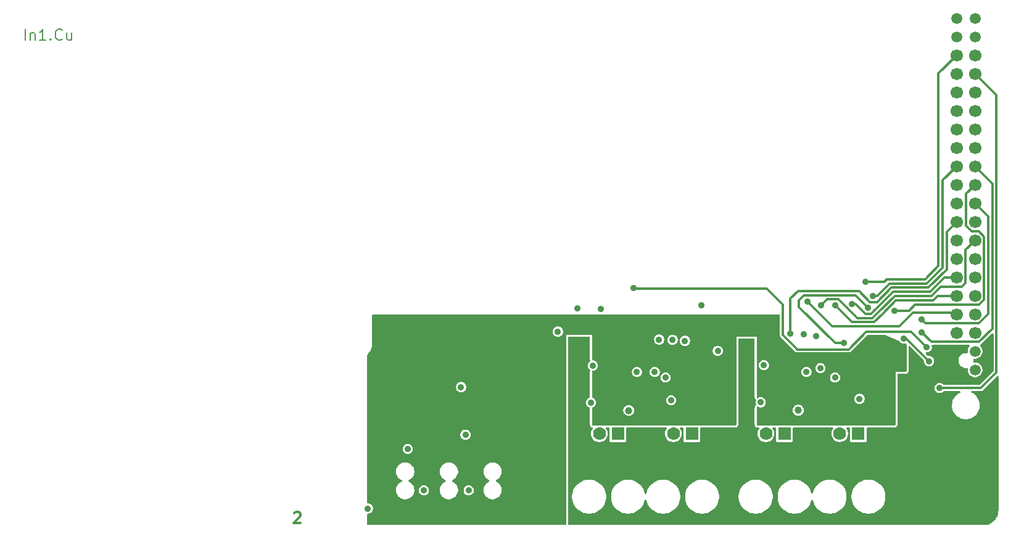
<source format=gbr>
%TF.GenerationSoftware,KiCad,Pcbnew,9.0.1-9.0.1-0~ubuntu24.04.1*%
%TF.CreationDate,2025-04-26T12:20:12-07:00*%
%TF.ProjectId,NX-IndicatorBoard,4e582d49-6e64-4696-9361-746f72426f61,1*%
%TF.SameCoordinates,Original*%
%TF.FileFunction,Copper,L2,Inr*%
%TF.FilePolarity,Positive*%
%FSLAX46Y46*%
G04 Gerber Fmt 4.6, Leading zero omitted, Abs format (unit mm)*
G04 Created by KiCad (PCBNEW 9.0.1-9.0.1-0~ubuntu24.04.1) date 2025-04-26 12:20:12*
%MOMM*%
%LPD*%
G01*
G04 APERTURE LIST*
%ADD10C,0.300000*%
%TA.AperFunction,NonConductor*%
%ADD11C,0.300000*%
%TD*%
%ADD12C,0.187500*%
%TA.AperFunction,NonConductor*%
%ADD13C,0.187500*%
%TD*%
%TA.AperFunction,ComponentPad*%
%ADD14C,1.000000*%
%TD*%
%TA.AperFunction,ComponentPad*%
%ADD15C,1.500000*%
%TD*%
%TA.AperFunction,ComponentPad*%
%ADD16C,1.700000*%
%TD*%
%TA.AperFunction,ComponentPad*%
%ADD17R,1.778000X1.778000*%
%TD*%
%TA.AperFunction,ComponentPad*%
%ADD18C,1.778000*%
%TD*%
%TA.AperFunction,ViaPad*%
%ADD19C,0.889000*%
%TD*%
%TA.AperFunction,Conductor*%
%ADD20C,0.304800*%
%TD*%
G04 APERTURE END LIST*
D10*
D11*
X65831562Y-123767285D02*
X65902990Y-123695857D01*
X65902990Y-123695857D02*
X66045848Y-123624428D01*
X66045848Y-123624428D02*
X66402990Y-123624428D01*
X66402990Y-123624428D02*
X66545848Y-123695857D01*
X66545848Y-123695857D02*
X66617276Y-123767285D01*
X66617276Y-123767285D02*
X66688705Y-123910142D01*
X66688705Y-123910142D02*
X66688705Y-124053000D01*
X66688705Y-124053000D02*
X66617276Y-124267285D01*
X66617276Y-124267285D02*
X65760133Y-125124428D01*
X65760133Y-125124428D02*
X66688705Y-125124428D01*
D12*
D13*
X28877697Y-58861678D02*
X28877697Y-57361678D01*
X29591983Y-57861678D02*
X29591983Y-58861678D01*
X29591983Y-58004535D02*
X29663412Y-57933107D01*
X29663412Y-57933107D02*
X29806269Y-57861678D01*
X29806269Y-57861678D02*
X30020555Y-57861678D01*
X30020555Y-57861678D02*
X30163412Y-57933107D01*
X30163412Y-57933107D02*
X30234841Y-58075964D01*
X30234841Y-58075964D02*
X30234841Y-58861678D01*
X31734841Y-58861678D02*
X30877698Y-58861678D01*
X31306269Y-58861678D02*
X31306269Y-57361678D01*
X31306269Y-57361678D02*
X31163412Y-57575964D01*
X31163412Y-57575964D02*
X31020555Y-57718821D01*
X31020555Y-57718821D02*
X30877698Y-57790250D01*
X32377697Y-58718821D02*
X32449126Y-58790250D01*
X32449126Y-58790250D02*
X32377697Y-58861678D01*
X32377697Y-58861678D02*
X32306269Y-58790250D01*
X32306269Y-58790250D02*
X32377697Y-58718821D01*
X32377697Y-58718821D02*
X32377697Y-58861678D01*
X33949126Y-58718821D02*
X33877698Y-58790250D01*
X33877698Y-58790250D02*
X33663412Y-58861678D01*
X33663412Y-58861678D02*
X33520555Y-58861678D01*
X33520555Y-58861678D02*
X33306269Y-58790250D01*
X33306269Y-58790250D02*
X33163412Y-58647392D01*
X33163412Y-58647392D02*
X33091983Y-58504535D01*
X33091983Y-58504535D02*
X33020555Y-58218821D01*
X33020555Y-58218821D02*
X33020555Y-58004535D01*
X33020555Y-58004535D02*
X33091983Y-57718821D01*
X33091983Y-57718821D02*
X33163412Y-57575964D01*
X33163412Y-57575964D02*
X33306269Y-57433107D01*
X33306269Y-57433107D02*
X33520555Y-57361678D01*
X33520555Y-57361678D02*
X33663412Y-57361678D01*
X33663412Y-57361678D02*
X33877698Y-57433107D01*
X33877698Y-57433107D02*
X33949126Y-57504535D01*
X35234841Y-57861678D02*
X35234841Y-58861678D01*
X34591983Y-57861678D02*
X34591983Y-58647392D01*
X34591983Y-58647392D02*
X34663412Y-58790250D01*
X34663412Y-58790250D02*
X34806269Y-58861678D01*
X34806269Y-58861678D02*
X35020555Y-58861678D01*
X35020555Y-58861678D02*
X35163412Y-58790250D01*
X35163412Y-58790250D02*
X35234841Y-58718821D01*
D14*
%TO.N,Net-(U3-CLKO{slash}SOF)*%
%TO.C,TP1*%
X111734600Y-109702600D03*
%TD*%
D15*
%TO.N,+3V3*%
%TO.C,J5*%
X159270000Y-104130000D03*
%TO.N,+5V*%
X156730000Y-104130000D03*
%TO.N,/I2C1_SDA*%
X159270000Y-101590000D03*
%TO.N,+5V*%
X156730000Y-101590000D03*
D16*
%TO.N,/I2C1_SCL*%
X159270000Y-99050000D03*
%TO.N,GND*%
X156730000Y-99050000D03*
%TO.N,/GPIO09*%
X159270000Y-96510000D03*
%TO.N,/UART1_TXD*%
X156730000Y-96510000D03*
%TO.N,GND*%
X159270000Y-93970000D03*
%TO.N,/UART1_RXD*%
X156730000Y-93970000D03*
%TO.N,/UART1_RTS*%
X159270000Y-91430000D03*
%TO.N,/I2S0_SCLK*%
X156730000Y-91430000D03*
%TO.N,/SPI1_SCK*%
X159270000Y-88890000D03*
%TO.N,GND*%
X156730000Y-88890000D03*
%TO.N,/GPIO12*%
X159270000Y-86350000D03*
%TO.N,/SPI1_CS1*%
X156730000Y-86350000D03*
%TO.N,+3V3*%
X159270000Y-83810000D03*
%TO.N,/SPI1_CS0*%
X156730000Y-83810000D03*
%TO.N,/SPI0_MOSI*%
X159270000Y-81270000D03*
%TO.N,GND*%
X156730000Y-81270000D03*
%TO.N,/SPI0_MISO*%
X159270000Y-78730000D03*
%TO.N,/SPI1_MISO*%
X156730000Y-78730000D03*
%TO.N,/SPI0_SCK*%
X159270000Y-76190000D03*
%TO.N,/SPI0_CS0*%
X156730000Y-76190000D03*
%TO.N,GND*%
X159270000Y-73650000D03*
%TO.N,/SPI0_CS1*%
X156730000Y-73650000D03*
%TO.N,/I2C0_SDA*%
X159270000Y-71110000D03*
%TO.N,/I2C0_SCL*%
X156730000Y-71110000D03*
%TO.N,/GPIO01*%
X159270000Y-68570000D03*
%TO.N,GND*%
X156730000Y-68570000D03*
%TO.N,/GPIO11*%
X159270000Y-66030000D03*
%TO.N,/GPIO07*%
X156730000Y-66030000D03*
%TO.N,/GPIO13*%
X159270000Y-63490000D03*
%TO.N,GND*%
X156730000Y-63490000D03*
%TO.N,/I2S0_FS*%
X159270000Y-60950000D03*
%TO.N,/UART1_CTS*%
X156730000Y-60950000D03*
D15*
%TO.N,/SPI1_MOSI*%
X159270000Y-58410000D03*
%TO.N,/I2S0_DIN*%
X156730000Y-58410000D03*
%TO.N,GND*%
X159270000Y-55870000D03*
%TO.N,/I2S0_DOUT*%
X156730000Y-55870000D03*
%TD*%
D17*
%TO.N,/CAN1_L*%
%TO.C,J1*%
X110236000Y-112903000D03*
D18*
%TO.N,/CAN1_H*%
X107696000Y-112903000D03*
%TD*%
D14*
%TO.N,Net-(U6-CLKO{slash}SOF)*%
%TO.C,TP2*%
X135001000Y-109677200D03*
%TD*%
D17*
%TO.N,/CAN2_L*%
%TO.C,J4*%
X143230600Y-112903000D03*
D18*
%TO.N,/CAN2_H*%
X140690600Y-112903000D03*
%TD*%
D17*
%TO.N,/CAN1_L*%
%TO.C,J2*%
X120396000Y-112903000D03*
D18*
%TO.N,/CAN1_H*%
X117856000Y-112903000D03*
%TD*%
D17*
%TO.N,/CAN2_L*%
%TO.C,J3*%
X133096000Y-112903000D03*
D18*
%TO.N,/CAN2_H*%
X130556000Y-112903000D03*
%TD*%
D19*
%TO.N,+3V3*%
X87477600Y-115570000D03*
X81483200Y-123190000D03*
X97180400Y-98856800D03*
X102438200Y-105384600D03*
X121589800Y-100253800D03*
X131406900Y-101485700D03*
X149453600Y-102793800D03*
X87452200Y-123190000D03*
X93472000Y-123215400D03*
X126009400Y-108610400D03*
X149301200Y-101041200D03*
X122707400Y-105638600D03*
X147633249Y-100555421D03*
X93472000Y-115570000D03*
X108102402Y-101422202D03*
%TO.N,GND*%
X112852200Y-104419400D03*
X140055600Y-105181400D03*
X106553000Y-108610400D03*
X88722200Y-106502200D03*
X102006400Y-98882200D03*
X129844800Y-108585000D03*
X119449072Y-100147810D03*
X106807000Y-103530400D03*
X130276600Y-103479600D03*
X116789200Y-105181400D03*
X117551200Y-108305600D03*
X123952000Y-101523800D03*
X136121710Y-104414192D03*
X143408400Y-108102400D03*
%TO.N,+5V*%
X103987600Y-100253800D03*
X127254000Y-100304600D03*
%TO.N,/GPIO09*%
X149504400Y-99822000D03*
X115290600Y-104419400D03*
X152958800Y-102946200D03*
%TO.N,/UART1_TXD*%
X136245600Y-94717108D03*
%TO.N,/UART1_RXD*%
X140079414Y-95271844D03*
%TO.N,/UART1_RTS*%
X152628600Y-101015800D03*
X112395000Y-92928964D03*
%TO.N,/I2S0_SCLK*%
X107924601Y-95732601D03*
X142354299Y-95110299D03*
X104648000Y-95681800D03*
%TO.N,/GPIO12*%
X121691400Y-95250000D03*
X115900200Y-99974400D03*
X138125200Y-95250000D03*
%TO.N,/SPI0_MOSI*%
X151917400Y-97231200D03*
%TO.N,/SPI0_MISO*%
X148197566Y-96000568D03*
%TO.N,/SPI1_MISO*%
X135736323Y-99240001D03*
%TO.N,/SPI0_SCK*%
X151942800Y-98958400D03*
%TO.N,/SPI1_CS0*%
X133925566Y-99183827D03*
%TO.N,/GPIO01*%
X138049000Y-103885998D03*
%TO.N,/GPIO11*%
X144604107Y-95637116D03*
X141249400Y-100457000D03*
%TO.N,/GPIO07*%
X117754400Y-99999800D03*
%TO.N,/GPIO13*%
X154406600Y-106626850D03*
%TO.N,/UART1_CTS*%
X144195800Y-92049600D03*
%TO.N,/SPI1_MOSI*%
X137462896Y-99489896D03*
%TO.N,/SPI0_CS0*%
X145239104Y-93978096D03*
%TO.N,Net-(D3-K)*%
X89331800Y-113030000D03*
%TO.N,Net-(D4-K)*%
X89763600Y-120675400D03*
%TO.N,Net-(D5-K)*%
X81407000Y-114985800D03*
%TO.N,Net-(D6-K)*%
X83616800Y-120675400D03*
%TO.N,Net-(D7-K)*%
X75920600Y-123164600D03*
%TD*%
D20*
%TO.N,/GPIO09*%
X152958800Y-102946200D02*
X149834600Y-99822000D01*
X149834600Y-99822000D02*
X149504400Y-99822000D01*
%TO.N,/UART1_TXD*%
X156730000Y-96510000D02*
X156486000Y-96266000D01*
X148863956Y-98148160D02*
X139676652Y-98148160D01*
X139676652Y-98148160D02*
X136245600Y-94717108D01*
X150746116Y-96266000D02*
X148863956Y-98148160D01*
X156486000Y-96266000D02*
X150746116Y-96266000D01*
%TO.N,/UART1_RXD*%
X154111800Y-93970000D02*
X153496264Y-94585536D01*
X148414990Y-94585536D02*
X146561682Y-96438844D01*
X145414437Y-97593424D02*
X142400994Y-97593424D01*
X156730000Y-93970000D02*
X154111800Y-93970000D01*
X146561682Y-96446179D02*
X145414437Y-97593424D01*
X153496264Y-94585536D02*
X148414990Y-94585536D01*
X146561682Y-96438844D02*
X146561682Y-96446179D01*
X142400994Y-97593424D02*
X140079414Y-95271844D01*
%TO.N,/UART1_RTS*%
X150520400Y-98907600D02*
X152628600Y-101015800D01*
X112395000Y-92928964D02*
X112430036Y-92964000D01*
X132892800Y-99348668D02*
X134797800Y-101253668D01*
X134797800Y-101253668D02*
X134797800Y-101320600D01*
X144348200Y-98907600D02*
X150520400Y-98907600D01*
X132892800Y-95199200D02*
X132892800Y-99348668D01*
X112430036Y-92964000D02*
X130657600Y-92964000D01*
X130657600Y-92964000D02*
X132892800Y-95199200D01*
X141935200Y-101320600D02*
X144348200Y-98907600D01*
X134797800Y-101320600D02*
X141935200Y-101320600D01*
%TO.N,/I2S0_SCLK*%
X145450943Y-95987887D02*
X144954878Y-96483952D01*
X145450943Y-95984983D02*
X145450943Y-95987887D01*
X155054484Y-91430000D02*
X153088684Y-93395800D01*
X156730000Y-91430000D02*
X155054484Y-91430000D01*
X153088684Y-93395800D02*
X148035694Y-93395800D01*
X144253336Y-96483952D02*
X142879683Y-95110299D01*
X145452210Y-95979284D02*
X145452210Y-95983716D01*
X145452210Y-95983716D02*
X145450943Y-95984983D01*
X142879683Y-95110299D02*
X142354299Y-95110299D01*
X148035694Y-93395800D02*
X145452210Y-95979284D01*
X144954878Y-96483952D02*
X144253336Y-96483952D01*
%TO.N,/GPIO12*%
X145184658Y-97038688D02*
X146006946Y-96216400D01*
X148261410Y-93954600D02*
X153314400Y-93954600D01*
X140471401Y-94425008D02*
X143085081Y-97038688D01*
X157472336Y-92717664D02*
X157982336Y-92207664D01*
X157982336Y-92207664D02*
X157982336Y-87637664D01*
X143085081Y-97038688D02*
X145184658Y-97038688D01*
X154551336Y-92717664D02*
X157472336Y-92717664D01*
X146006946Y-96216400D02*
X146006946Y-96209064D01*
X146006946Y-96209064D02*
X148261410Y-93954600D01*
X157982336Y-87637664D02*
X159270000Y-86350000D01*
X138950192Y-94425008D02*
X140471401Y-94425008D01*
X138125200Y-95250000D02*
X138950192Y-94425008D01*
X153314400Y-93954600D02*
X154551336Y-92717664D01*
%TO.N,/SPI0_MOSI*%
X161086800Y-83086800D02*
X161086800Y-96464271D01*
X159270000Y-81270000D02*
X161086800Y-83086800D01*
X152448536Y-97762336D02*
X151917400Y-97231200D01*
X161086800Y-96464271D02*
X159788735Y-97762336D01*
X159788735Y-97762336D02*
X152448536Y-97762336D01*
%TO.N,/SPI0_MISO*%
X158017664Y-84364063D02*
X158751265Y-85097664D01*
X160522336Y-85831265D02*
X160522336Y-94524063D01*
X150227032Y-96000568D02*
X148197566Y-96000568D01*
X159788735Y-85097664D02*
X160522336Y-85831265D01*
X159824063Y-95222336D02*
X151005264Y-95222336D01*
X158751265Y-85097664D02*
X159788735Y-85097664D01*
X160522336Y-94524063D02*
X159824063Y-95222336D01*
X151005264Y-95222336D02*
X150227032Y-96000568D01*
X158017664Y-79982336D02*
X158017664Y-84364063D01*
X159270000Y-78730000D02*
X158017664Y-79982336D01*
%TO.N,/SPI0_SCK*%
X161645600Y-98501200D02*
X159844464Y-100302336D01*
X153286736Y-100302336D02*
X151942800Y-98958400D01*
X159270000Y-76190000D02*
X161645600Y-78565600D01*
X161645600Y-78565600D02*
X161645600Y-98501200D01*
X159844464Y-100302336D02*
X153286736Y-100302336D01*
%TO.N,/SPI1_CS0*%
X145820142Y-94826836D02*
X144850233Y-94826836D01*
X152858905Y-92841064D02*
X147805914Y-92841064D01*
X144850233Y-94826836D02*
X143338933Y-93315536D01*
X156730000Y-83810000D02*
X155371800Y-85168200D01*
X133925566Y-94344234D02*
X133925566Y-99183827D01*
X155371800Y-85168200D02*
X155371800Y-90328169D01*
X147805914Y-92841064D02*
X145820142Y-94826836D01*
X155371800Y-90328169D02*
X152858905Y-92841064D01*
X134954264Y-93315536D02*
X133925566Y-94344234D01*
X143338933Y-93315536D02*
X134954264Y-93315536D01*
%TO.N,/GPIO11*%
X140055600Y-100457000D02*
X135102600Y-95504000D01*
X141249400Y-100457000D02*
X140055600Y-100457000D01*
X135102600Y-94564200D02*
X135796528Y-93870272D01*
X135796528Y-93870272D02*
X142837263Y-93870272D01*
X135102600Y-95504000D02*
X135102600Y-94564200D01*
X142837263Y-93870272D02*
X144604107Y-95637116D01*
%TO.N,/GPIO13*%
X162204400Y-66424400D02*
X162204400Y-104470200D01*
X162204400Y-104470200D02*
X160047750Y-106626850D01*
X159270000Y-63490000D02*
X162204400Y-66424400D01*
X160047750Y-106626850D02*
X154406600Y-106626850D01*
%TO.N,/UART1_CTS*%
X154254200Y-63425800D02*
X156730000Y-60950000D01*
X154254200Y-89865200D02*
X154254200Y-63425800D01*
X144195800Y-92049600D02*
X144195800Y-92065194D01*
X146812000Y-92049600D02*
X147142200Y-91719400D01*
X144195800Y-92065194D02*
X144211394Y-92049600D01*
X147142200Y-91719400D02*
X152400000Y-91719400D01*
X152400000Y-91719400D02*
X154254200Y-89865200D01*
X144211394Y-92049600D02*
X146812000Y-92049600D01*
%TO.N,/SPI0_CS0*%
X154813000Y-90090916D02*
X152625716Y-92278200D01*
X152625716Y-92278200D02*
X147523200Y-92278200D01*
X145823304Y-93978096D02*
X145239104Y-93978096D01*
X147523200Y-92278200D02*
X145823304Y-93978096D01*
X154813000Y-78107000D02*
X154813000Y-90090916D01*
X156730000Y-76190000D02*
X154813000Y-78107000D01*
%TD*%
%TA.AperFunction,Conductor*%
%TO.N,+3V3*%
G36*
X132428939Y-96539685D02*
G01*
X132474694Y-96592489D01*
X132485900Y-96644000D01*
X132485900Y-99402235D01*
X132485899Y-99402235D01*
X132485900Y-99402238D01*
X132513630Y-99505726D01*
X132541696Y-99554339D01*
X132567198Y-99598509D01*
X132567200Y-99598512D01*
X134384991Y-101416303D01*
X134417084Y-101471888D01*
X134418630Y-101477657D01*
X134472199Y-101570442D01*
X134547958Y-101646201D01*
X134640743Y-101699770D01*
X134744231Y-101727500D01*
X134744234Y-101727500D01*
X141988767Y-101727500D01*
X141988770Y-101727500D01*
X142092258Y-101699770D01*
X142185043Y-101646201D01*
X144480425Y-99350819D01*
X144541748Y-99317334D01*
X144568106Y-99314500D01*
X146898619Y-99314500D01*
X146947836Y-99324686D01*
X147296987Y-99475670D01*
X148860085Y-100151604D01*
X148913805Y-100196280D01*
X148913970Y-100196527D01*
X148961450Y-100267585D01*
X148961453Y-100267589D01*
X149058810Y-100364946D01*
X149058814Y-100364949D01*
X149173299Y-100441446D01*
X149173300Y-100441446D01*
X149173301Y-100441447D01*
X149173303Y-100441448D01*
X149300504Y-100494136D01*
X149300509Y-100494138D01*
X149408151Y-100515549D01*
X149435550Y-100520999D01*
X149435554Y-100521000D01*
X149435555Y-100521000D01*
X149573246Y-100521000D01*
X149583125Y-100519034D01*
X149631948Y-100509323D01*
X149651713Y-100511091D01*
X149671296Y-100507870D01*
X149698578Y-100515284D01*
X149701536Y-100515549D01*
X149705330Y-100517115D01*
X149785218Y-100551661D01*
X149838937Y-100596337D01*
X149859975Y-100662964D01*
X149860000Y-100665475D01*
X149860000Y-104270000D01*
X149840315Y-104337039D01*
X149787511Y-104382794D01*
X149736000Y-104394000D01*
X148336000Y-104394000D01*
X148336000Y-111636000D01*
X148316315Y-111703039D01*
X148263511Y-111748794D01*
X148212000Y-111760000D01*
X144155835Y-111760000D01*
X144145656Y-111759500D01*
X142315536Y-111759500D01*
X142305377Y-111760000D01*
X140783752Y-111760000D01*
X140780595Y-111759500D01*
X140600605Y-111759500D01*
X140597448Y-111760000D01*
X134021235Y-111760000D01*
X134011056Y-111759500D01*
X132180936Y-111759500D01*
X132170777Y-111760000D01*
X130649152Y-111760000D01*
X130645995Y-111759500D01*
X130466005Y-111759500D01*
X130462848Y-111760000D01*
X129410000Y-111760000D01*
X129342961Y-111740315D01*
X129297206Y-111687511D01*
X129286000Y-111636000D01*
X129286000Y-109602883D01*
X134246500Y-109602883D01*
X134246500Y-109751516D01*
X134275493Y-109897272D01*
X134275495Y-109897280D01*
X134332371Y-110034591D01*
X134414939Y-110158164D01*
X134414945Y-110158171D01*
X134520028Y-110263254D01*
X134520035Y-110263260D01*
X134643608Y-110345828D01*
X134643609Y-110345828D01*
X134643610Y-110345829D01*
X134780920Y-110402705D01*
X134908610Y-110428104D01*
X134926683Y-110431699D01*
X134926687Y-110431700D01*
X134926688Y-110431700D01*
X135075313Y-110431700D01*
X135075314Y-110431699D01*
X135221080Y-110402705D01*
X135358390Y-110345829D01*
X135481966Y-110263259D01*
X135587059Y-110158166D01*
X135669629Y-110034590D01*
X135726505Y-109897280D01*
X135755500Y-109751512D01*
X135755500Y-109602888D01*
X135726505Y-109457120D01*
X135669629Y-109319810D01*
X135662673Y-109309400D01*
X135587060Y-109196235D01*
X135587054Y-109196228D01*
X135481971Y-109091145D01*
X135481964Y-109091139D01*
X135358391Y-109008571D01*
X135221080Y-108951695D01*
X135221072Y-108951693D01*
X135075316Y-108922700D01*
X135075312Y-108922700D01*
X134926688Y-108922700D01*
X134926683Y-108922700D01*
X134780927Y-108951693D01*
X134780919Y-108951695D01*
X134643608Y-109008571D01*
X134520035Y-109091139D01*
X134520028Y-109091145D01*
X134414945Y-109196228D01*
X134414939Y-109196235D01*
X134332371Y-109319808D01*
X134275495Y-109457119D01*
X134275493Y-109457127D01*
X134246500Y-109602883D01*
X129286000Y-109602883D01*
X129286000Y-109284289D01*
X129305685Y-109217250D01*
X129358489Y-109171495D01*
X129427647Y-109161551D01*
X129478890Y-109181187D01*
X129513699Y-109204446D01*
X129513701Y-109204447D01*
X129513703Y-109204448D01*
X129575020Y-109229846D01*
X129640909Y-109257138D01*
X129768605Y-109282538D01*
X129775950Y-109283999D01*
X129775954Y-109284000D01*
X129775955Y-109284000D01*
X129913646Y-109284000D01*
X129913647Y-109283999D01*
X130048691Y-109257138D01*
X130175901Y-109204446D01*
X130290386Y-109127949D01*
X130387749Y-109030586D01*
X130464246Y-108916101D01*
X130516938Y-108788891D01*
X130543800Y-108653845D01*
X130543800Y-108516155D01*
X130516938Y-108381109D01*
X130485949Y-108306295D01*
X130464248Y-108253903D01*
X130464247Y-108253901D01*
X130452790Y-108236755D01*
X130387749Y-108139414D01*
X130387746Y-108139410D01*
X130290389Y-108042053D01*
X130290385Y-108042050D01*
X130277664Y-108033550D01*
X142709400Y-108033550D01*
X142709400Y-108171249D01*
X142736260Y-108306283D01*
X142736263Y-108306295D01*
X142788951Y-108433496D01*
X142788952Y-108433498D01*
X142865450Y-108547985D01*
X142865453Y-108547989D01*
X142962810Y-108645346D01*
X142962814Y-108645349D01*
X143077299Y-108721846D01*
X143077300Y-108721846D01*
X143077301Y-108721847D01*
X143077303Y-108721848D01*
X143148132Y-108751186D01*
X143204509Y-108774538D01*
X143339550Y-108801399D01*
X143339554Y-108801400D01*
X143339555Y-108801400D01*
X143477246Y-108801400D01*
X143477247Y-108801399D01*
X143612291Y-108774538D01*
X143739501Y-108721846D01*
X143853986Y-108645349D01*
X143951349Y-108547986D01*
X144027846Y-108433501D01*
X144080538Y-108306291D01*
X144107400Y-108171245D01*
X144107400Y-108033555D01*
X144080538Y-107898509D01*
X144080536Y-107898504D01*
X144027848Y-107771303D01*
X144027847Y-107771301D01*
X144022067Y-107762651D01*
X143951349Y-107656814D01*
X143951346Y-107656810D01*
X143853989Y-107559453D01*
X143853985Y-107559450D01*
X143739498Y-107482952D01*
X143739496Y-107482951D01*
X143612295Y-107430263D01*
X143612283Y-107430260D01*
X143477249Y-107403400D01*
X143477245Y-107403400D01*
X143339555Y-107403400D01*
X143339550Y-107403400D01*
X143204516Y-107430260D01*
X143204504Y-107430263D01*
X143077303Y-107482951D01*
X143077301Y-107482952D01*
X142962814Y-107559450D01*
X142962810Y-107559453D01*
X142865453Y-107656810D01*
X142865450Y-107656814D01*
X142788952Y-107771301D01*
X142788951Y-107771303D01*
X142736263Y-107898504D01*
X142736260Y-107898516D01*
X142709400Y-108033550D01*
X130277664Y-108033550D01*
X130175898Y-107965552D01*
X130175896Y-107965551D01*
X130048695Y-107912863D01*
X130048683Y-107912860D01*
X129913649Y-107886000D01*
X129913645Y-107886000D01*
X129775955Y-107886000D01*
X129775950Y-107886000D01*
X129640916Y-107912860D01*
X129640904Y-107912863D01*
X129513703Y-107965551D01*
X129478890Y-107988813D01*
X129412213Y-108009690D01*
X129344833Y-107991205D01*
X129298143Y-107939226D01*
X129286000Y-107885710D01*
X129286000Y-104345342D01*
X135422710Y-104345342D01*
X135422710Y-104483041D01*
X135449570Y-104618075D01*
X135449573Y-104618087D01*
X135502261Y-104745288D01*
X135502262Y-104745290D01*
X135578760Y-104859777D01*
X135578763Y-104859781D01*
X135676120Y-104957138D01*
X135676124Y-104957141D01*
X135790609Y-105033638D01*
X135790610Y-105033638D01*
X135790611Y-105033639D01*
X135790613Y-105033640D01*
X135917814Y-105086328D01*
X135917819Y-105086330D01*
X136049637Y-105112550D01*
X136052860Y-105113191D01*
X136052864Y-105113192D01*
X136052865Y-105113192D01*
X136190556Y-105113192D01*
X136190557Y-105113191D01*
X136193780Y-105112550D01*
X139356600Y-105112550D01*
X139356600Y-105250249D01*
X139383460Y-105385283D01*
X139383463Y-105385295D01*
X139436151Y-105512496D01*
X139436152Y-105512498D01*
X139512650Y-105626985D01*
X139512653Y-105626989D01*
X139610010Y-105724346D01*
X139610014Y-105724349D01*
X139724499Y-105800846D01*
X139724500Y-105800846D01*
X139724501Y-105800847D01*
X139724503Y-105800848D01*
X139795035Y-105830063D01*
X139851709Y-105853538D01*
X139986750Y-105880399D01*
X139986754Y-105880400D01*
X139986755Y-105880400D01*
X140124446Y-105880400D01*
X140124447Y-105880399D01*
X140259491Y-105853538D01*
X140386701Y-105800846D01*
X140501186Y-105724349D01*
X140598549Y-105626986D01*
X140675046Y-105512501D01*
X140727738Y-105385291D01*
X140754600Y-105250245D01*
X140754600Y-105112555D01*
X140727738Y-104977509D01*
X140678974Y-104859781D01*
X140675048Y-104850303D01*
X140675047Y-104850301D01*
X140598549Y-104735814D01*
X140598546Y-104735810D01*
X140501189Y-104638453D01*
X140501185Y-104638450D01*
X140386698Y-104561952D01*
X140386696Y-104561951D01*
X140259495Y-104509263D01*
X140259483Y-104509260D01*
X140124449Y-104482400D01*
X140124445Y-104482400D01*
X139986755Y-104482400D01*
X139986750Y-104482400D01*
X139851716Y-104509260D01*
X139851704Y-104509263D01*
X139724503Y-104561951D01*
X139724501Y-104561952D01*
X139610014Y-104638450D01*
X139610010Y-104638453D01*
X139512653Y-104735810D01*
X139512650Y-104735814D01*
X139436152Y-104850301D01*
X139436151Y-104850303D01*
X139383463Y-104977504D01*
X139383460Y-104977516D01*
X139356600Y-105112550D01*
X136193780Y-105112550D01*
X136325601Y-105086330D01*
X136452811Y-105033638D01*
X136567296Y-104957141D01*
X136664659Y-104859778D01*
X136741156Y-104745293D01*
X136793848Y-104618083D01*
X136820710Y-104483037D01*
X136820710Y-104345347D01*
X136793848Y-104210301D01*
X136790633Y-104202539D01*
X136741158Y-104083095D01*
X136741157Y-104083093D01*
X136734646Y-104073349D01*
X136664659Y-103968606D01*
X136664656Y-103968602D01*
X136567299Y-103871245D01*
X136567295Y-103871242D01*
X136486338Y-103817148D01*
X137350000Y-103817148D01*
X137350000Y-103954847D01*
X137376860Y-104089881D01*
X137376863Y-104089893D01*
X137429551Y-104217094D01*
X137429552Y-104217096D01*
X137506050Y-104331583D01*
X137506053Y-104331587D01*
X137603410Y-104428944D01*
X137603414Y-104428947D01*
X137717899Y-104505444D01*
X137717900Y-104505444D01*
X137717901Y-104505445D01*
X137717903Y-104505446D01*
X137845104Y-104558134D01*
X137845109Y-104558136D01*
X137980150Y-104584997D01*
X137980154Y-104584998D01*
X137980155Y-104584998D01*
X138117846Y-104584998D01*
X138117847Y-104584997D01*
X138252891Y-104558136D01*
X138380101Y-104505444D01*
X138494586Y-104428947D01*
X138591949Y-104331584D01*
X138668446Y-104217099D01*
X138721138Y-104089889D01*
X138748000Y-103954843D01*
X138748000Y-103817153D01*
X138721138Y-103682107D01*
X138668446Y-103554897D01*
X138591949Y-103440412D01*
X138591946Y-103440408D01*
X138494589Y-103343051D01*
X138494585Y-103343048D01*
X138380098Y-103266550D01*
X138380096Y-103266549D01*
X138252895Y-103213861D01*
X138252883Y-103213858D01*
X138117849Y-103186998D01*
X138117845Y-103186998D01*
X137980155Y-103186998D01*
X137980150Y-103186998D01*
X137845116Y-103213858D01*
X137845104Y-103213861D01*
X137717903Y-103266549D01*
X137717901Y-103266550D01*
X137603414Y-103343048D01*
X137603410Y-103343051D01*
X137506053Y-103440408D01*
X137506050Y-103440412D01*
X137429552Y-103554899D01*
X137429551Y-103554901D01*
X137376863Y-103682102D01*
X137376860Y-103682114D01*
X137350000Y-103817148D01*
X136486338Y-103817148D01*
X136452808Y-103794744D01*
X136452806Y-103794743D01*
X136325605Y-103742055D01*
X136325593Y-103742052D01*
X136190559Y-103715192D01*
X136190555Y-103715192D01*
X136052865Y-103715192D01*
X136052860Y-103715192D01*
X135917826Y-103742052D01*
X135917814Y-103742055D01*
X135790613Y-103794743D01*
X135790611Y-103794744D01*
X135676124Y-103871242D01*
X135676120Y-103871245D01*
X135578763Y-103968602D01*
X135578760Y-103968606D01*
X135502262Y-104083093D01*
X135502261Y-104083095D01*
X135449573Y-104210296D01*
X135449570Y-104210308D01*
X135422710Y-104345342D01*
X129286000Y-104345342D01*
X129286000Y-103410750D01*
X129577600Y-103410750D01*
X129577600Y-103548449D01*
X129604460Y-103683483D01*
X129604463Y-103683495D01*
X129657151Y-103810696D01*
X129657152Y-103810698D01*
X129733650Y-103925185D01*
X129733653Y-103925189D01*
X129831010Y-104022546D01*
X129831014Y-104022549D01*
X129945499Y-104099046D01*
X129945500Y-104099046D01*
X129945501Y-104099047D01*
X129945503Y-104099048D01*
X130068141Y-104149846D01*
X130072709Y-104151738D01*
X130207750Y-104178599D01*
X130207754Y-104178600D01*
X130207755Y-104178600D01*
X130345446Y-104178600D01*
X130345447Y-104178599D01*
X130480491Y-104151738D01*
X130607701Y-104099046D01*
X130722186Y-104022549D01*
X130819549Y-103925186D01*
X130896046Y-103810701D01*
X130948738Y-103683491D01*
X130975600Y-103548445D01*
X130975600Y-103410755D01*
X130948738Y-103275709D01*
X130923120Y-103213861D01*
X130896048Y-103148503D01*
X130896047Y-103148501D01*
X130819549Y-103034014D01*
X130819546Y-103034010D01*
X130722189Y-102936653D01*
X130722185Y-102936650D01*
X130607698Y-102860152D01*
X130607696Y-102860151D01*
X130480495Y-102807463D01*
X130480483Y-102807460D01*
X130345449Y-102780600D01*
X130345445Y-102780600D01*
X130207755Y-102780600D01*
X130207750Y-102780600D01*
X130072716Y-102807460D01*
X130072704Y-102807463D01*
X129945503Y-102860151D01*
X129945501Y-102860152D01*
X129831014Y-102936650D01*
X129831010Y-102936653D01*
X129733653Y-103034010D01*
X129733650Y-103034014D01*
X129657152Y-103148501D01*
X129657151Y-103148503D01*
X129604463Y-103275704D01*
X129604460Y-103275716D01*
X129577600Y-103410750D01*
X129286000Y-103410750D01*
X129286000Y-99568000D01*
X126492000Y-99568000D01*
X126492000Y-111636000D01*
X126472315Y-111703039D01*
X126419511Y-111748794D01*
X126368000Y-111760000D01*
X121321235Y-111760000D01*
X121311056Y-111759500D01*
X119480936Y-111759500D01*
X119470777Y-111760000D01*
X117949152Y-111760000D01*
X117945995Y-111759500D01*
X117766005Y-111759500D01*
X117762848Y-111760000D01*
X111161235Y-111760000D01*
X111151056Y-111759500D01*
X109320936Y-111759500D01*
X109310777Y-111760000D01*
X107789152Y-111760000D01*
X107785995Y-111759500D01*
X107606005Y-111759500D01*
X107602848Y-111760000D01*
X106804000Y-111760000D01*
X106736961Y-111740315D01*
X106691206Y-111687511D01*
X106680000Y-111636000D01*
X106680000Y-109628283D01*
X110980100Y-109628283D01*
X110980100Y-109776916D01*
X111009093Y-109922672D01*
X111009095Y-109922680D01*
X111065971Y-110059991D01*
X111148539Y-110183564D01*
X111148545Y-110183571D01*
X111253628Y-110288654D01*
X111253635Y-110288660D01*
X111377208Y-110371228D01*
X111377209Y-110371228D01*
X111377210Y-110371229D01*
X111514520Y-110428105D01*
X111660283Y-110457099D01*
X111660287Y-110457100D01*
X111660288Y-110457100D01*
X111808913Y-110457100D01*
X111808914Y-110457099D01*
X111954680Y-110428105D01*
X112091990Y-110371229D01*
X112215566Y-110288659D01*
X112320659Y-110183566D01*
X112403229Y-110059990D01*
X112460105Y-109922680D01*
X112489100Y-109776912D01*
X112489100Y-109628288D01*
X112460105Y-109482520D01*
X112403229Y-109345210D01*
X112393200Y-109330201D01*
X112320660Y-109221635D01*
X112320654Y-109221628D01*
X112215571Y-109116545D01*
X112215564Y-109116539D01*
X112091991Y-109033971D01*
X111954680Y-108977095D01*
X111954672Y-108977093D01*
X111808916Y-108948100D01*
X111808912Y-108948100D01*
X111660288Y-108948100D01*
X111660283Y-108948100D01*
X111514527Y-108977093D01*
X111514519Y-108977095D01*
X111377208Y-109033971D01*
X111253635Y-109116539D01*
X111253628Y-109116545D01*
X111148545Y-109221628D01*
X111148539Y-109221635D01*
X111065971Y-109345208D01*
X111009095Y-109482519D01*
X111009093Y-109482527D01*
X110980100Y-109628283D01*
X106680000Y-109628283D01*
X106680000Y-109397240D01*
X106699685Y-109330201D01*
X106752489Y-109284446D01*
X106756549Y-109282678D01*
X106756883Y-109282539D01*
X106756891Y-109282538D01*
X106884101Y-109229846D01*
X106998586Y-109153349D01*
X107095949Y-109055986D01*
X107172446Y-108941501D01*
X107225138Y-108814291D01*
X107252000Y-108679245D01*
X107252000Y-108541555D01*
X107225138Y-108406509D01*
X107172446Y-108279299D01*
X107144015Y-108236750D01*
X116852200Y-108236750D01*
X116852200Y-108374449D01*
X116879060Y-108509483D01*
X116879063Y-108509495D01*
X116931751Y-108636696D01*
X116931752Y-108636698D01*
X117008250Y-108751185D01*
X117008253Y-108751189D01*
X117105610Y-108848546D01*
X117105614Y-108848549D01*
X117220099Y-108925046D01*
X117220100Y-108925046D01*
X117220101Y-108925047D01*
X117220103Y-108925048D01*
X117347304Y-108977736D01*
X117347309Y-108977738D01*
X117482350Y-109004599D01*
X117482354Y-109004600D01*
X117482355Y-109004600D01*
X117620046Y-109004600D01*
X117620047Y-109004599D01*
X117755091Y-108977738D01*
X117882301Y-108925046D01*
X117996786Y-108848549D01*
X118094149Y-108751186D01*
X118170646Y-108636701D01*
X118223338Y-108509491D01*
X118250200Y-108374445D01*
X118250200Y-108236755D01*
X118223338Y-108101709D01*
X118209148Y-108067451D01*
X118170648Y-107974503D01*
X118170647Y-107974501D01*
X118164667Y-107965552D01*
X118094149Y-107860014D01*
X118094146Y-107860010D01*
X117996789Y-107762653D01*
X117996785Y-107762650D01*
X117882298Y-107686152D01*
X117882296Y-107686151D01*
X117755095Y-107633463D01*
X117755083Y-107633460D01*
X117620049Y-107606600D01*
X117620045Y-107606600D01*
X117482355Y-107606600D01*
X117482350Y-107606600D01*
X117347316Y-107633460D01*
X117347304Y-107633463D01*
X117220103Y-107686151D01*
X117220101Y-107686152D01*
X117105614Y-107762650D01*
X117105610Y-107762653D01*
X117008253Y-107860010D01*
X117008250Y-107860014D01*
X116931752Y-107974501D01*
X116931751Y-107974503D01*
X116879063Y-108101704D01*
X116879060Y-108101716D01*
X116852200Y-108236750D01*
X107144015Y-108236750D01*
X107095949Y-108164814D01*
X107095946Y-108164810D01*
X106998589Y-108067453D01*
X106998585Y-108067450D01*
X106884098Y-107990952D01*
X106756547Y-107938119D01*
X106702144Y-107894278D01*
X106680079Y-107827984D01*
X106680000Y-107823558D01*
X106680000Y-104353400D01*
X106680836Y-104350550D01*
X112153200Y-104350550D01*
X112153200Y-104488249D01*
X112180060Y-104623283D01*
X112180063Y-104623295D01*
X112232751Y-104750496D01*
X112232752Y-104750498D01*
X112309250Y-104864985D01*
X112309253Y-104864989D01*
X112406610Y-104962346D01*
X112406614Y-104962349D01*
X112521099Y-105038846D01*
X112521100Y-105038846D01*
X112521101Y-105038847D01*
X112521103Y-105038848D01*
X112635731Y-105086328D01*
X112648309Y-105091538D01*
X112783350Y-105118399D01*
X112783354Y-105118400D01*
X112783355Y-105118400D01*
X112921046Y-105118400D01*
X112921047Y-105118399D01*
X113056091Y-105091538D01*
X113183301Y-105038846D01*
X113297786Y-104962349D01*
X113395149Y-104864986D01*
X113471646Y-104750501D01*
X113524338Y-104623291D01*
X113551200Y-104488245D01*
X113551200Y-104350555D01*
X113551199Y-104350550D01*
X114591600Y-104350550D01*
X114591600Y-104488249D01*
X114618460Y-104623283D01*
X114618463Y-104623295D01*
X114671151Y-104750496D01*
X114671152Y-104750498D01*
X114747650Y-104864985D01*
X114747653Y-104864989D01*
X114845010Y-104962346D01*
X114845014Y-104962349D01*
X114959499Y-105038846D01*
X114959500Y-105038846D01*
X114959501Y-105038847D01*
X114959503Y-105038848D01*
X115074131Y-105086328D01*
X115086709Y-105091538D01*
X115221750Y-105118399D01*
X115221754Y-105118400D01*
X115221755Y-105118400D01*
X115359446Y-105118400D01*
X115359447Y-105118399D01*
X115388853Y-105112550D01*
X116090200Y-105112550D01*
X116090200Y-105250249D01*
X116117060Y-105385283D01*
X116117063Y-105385295D01*
X116169751Y-105512496D01*
X116169752Y-105512498D01*
X116246250Y-105626985D01*
X116246253Y-105626989D01*
X116343610Y-105724346D01*
X116343614Y-105724349D01*
X116458099Y-105800846D01*
X116458100Y-105800846D01*
X116458101Y-105800847D01*
X116458103Y-105800848D01*
X116528635Y-105830063D01*
X116585309Y-105853538D01*
X116720350Y-105880399D01*
X116720354Y-105880400D01*
X116720355Y-105880400D01*
X116858046Y-105880400D01*
X116858047Y-105880399D01*
X116993091Y-105853538D01*
X117120301Y-105800846D01*
X117234786Y-105724349D01*
X117332149Y-105626986D01*
X117408646Y-105512501D01*
X117461338Y-105385291D01*
X117488200Y-105250245D01*
X117488200Y-105112555D01*
X117461338Y-104977509D01*
X117412574Y-104859781D01*
X117408648Y-104850303D01*
X117408647Y-104850301D01*
X117332149Y-104735814D01*
X117332146Y-104735810D01*
X117234789Y-104638453D01*
X117234785Y-104638450D01*
X117120298Y-104561952D01*
X117120296Y-104561951D01*
X116993095Y-104509263D01*
X116993083Y-104509260D01*
X116858049Y-104482400D01*
X116858045Y-104482400D01*
X116720355Y-104482400D01*
X116720350Y-104482400D01*
X116585316Y-104509260D01*
X116585304Y-104509263D01*
X116458103Y-104561951D01*
X116458101Y-104561952D01*
X116343614Y-104638450D01*
X116343610Y-104638453D01*
X116246253Y-104735810D01*
X116246250Y-104735814D01*
X116169752Y-104850301D01*
X116169751Y-104850303D01*
X116117063Y-104977504D01*
X116117060Y-104977516D01*
X116090200Y-105112550D01*
X115388853Y-105112550D01*
X115494491Y-105091538D01*
X115621701Y-105038846D01*
X115736186Y-104962349D01*
X115833549Y-104864986D01*
X115910046Y-104750501D01*
X115962738Y-104623291D01*
X115989600Y-104488245D01*
X115989600Y-104350555D01*
X115962738Y-104215509D01*
X115957365Y-104202538D01*
X115910048Y-104088303D01*
X115910047Y-104088301D01*
X115906568Y-104083095D01*
X115833549Y-103973814D01*
X115833546Y-103973810D01*
X115736189Y-103876453D01*
X115736185Y-103876450D01*
X115621698Y-103799952D01*
X115621696Y-103799951D01*
X115494495Y-103747263D01*
X115494483Y-103747260D01*
X115359449Y-103720400D01*
X115359445Y-103720400D01*
X115221755Y-103720400D01*
X115221750Y-103720400D01*
X115086716Y-103747260D01*
X115086704Y-103747263D01*
X114959503Y-103799951D01*
X114959501Y-103799952D01*
X114845014Y-103876450D01*
X114845010Y-103876453D01*
X114747653Y-103973810D01*
X114747650Y-103973814D01*
X114671152Y-104088301D01*
X114671151Y-104088303D01*
X114618463Y-104215504D01*
X114618460Y-104215516D01*
X114591600Y-104350550D01*
X113551199Y-104350550D01*
X113524338Y-104215509D01*
X113518965Y-104202538D01*
X113471648Y-104088303D01*
X113471647Y-104088301D01*
X113468168Y-104083095D01*
X113395149Y-103973814D01*
X113395146Y-103973810D01*
X113297789Y-103876453D01*
X113297785Y-103876450D01*
X113183298Y-103799952D01*
X113183296Y-103799951D01*
X113056095Y-103747263D01*
X113056083Y-103747260D01*
X112921049Y-103720400D01*
X112921045Y-103720400D01*
X112783355Y-103720400D01*
X112783350Y-103720400D01*
X112648316Y-103747260D01*
X112648304Y-103747263D01*
X112521103Y-103799951D01*
X112521101Y-103799952D01*
X112406614Y-103876450D01*
X112406610Y-103876453D01*
X112309253Y-103973810D01*
X112309250Y-103973814D01*
X112232752Y-104088301D01*
X112232751Y-104088303D01*
X112180063Y-104215504D01*
X112180060Y-104215516D01*
X112153200Y-104350550D01*
X106680836Y-104350550D01*
X106681326Y-104348882D01*
X106680336Y-104344279D01*
X106691078Y-104315670D01*
X106699685Y-104286361D01*
X106703242Y-104283278D01*
X106704898Y-104278869D01*
X106729406Y-104260607D01*
X106752489Y-104240606D01*
X106758194Y-104239156D01*
X106760925Y-104237122D01*
X106778854Y-104233907D01*
X106795429Y-104229697D01*
X106799715Y-104229400D01*
X106875845Y-104229400D01*
X107010891Y-104202538D01*
X107138101Y-104149846D01*
X107252586Y-104073349D01*
X107349949Y-103975986D01*
X107426446Y-103861501D01*
X107479138Y-103734291D01*
X107506000Y-103599245D01*
X107506000Y-103461555D01*
X107479138Y-103326509D01*
X107432478Y-103213861D01*
X107426448Y-103199303D01*
X107426447Y-103199301D01*
X107418226Y-103186998D01*
X107349949Y-103084814D01*
X107349946Y-103084810D01*
X107252589Y-102987453D01*
X107252585Y-102987450D01*
X107138098Y-102910952D01*
X107138096Y-102910951D01*
X107010895Y-102858263D01*
X107010883Y-102858260D01*
X106875849Y-102831400D01*
X106875845Y-102831400D01*
X106804000Y-102831400D01*
X106736961Y-102811715D01*
X106691206Y-102758911D01*
X106680000Y-102707400D01*
X106680000Y-101454950D01*
X123253000Y-101454950D01*
X123253000Y-101592649D01*
X123279860Y-101727683D01*
X123279863Y-101727695D01*
X123332551Y-101854896D01*
X123332552Y-101854898D01*
X123409050Y-101969385D01*
X123409053Y-101969389D01*
X123506410Y-102066746D01*
X123506414Y-102066749D01*
X123620899Y-102143246D01*
X123620900Y-102143246D01*
X123620901Y-102143247D01*
X123620903Y-102143248D01*
X123748104Y-102195936D01*
X123748109Y-102195938D01*
X123883150Y-102222799D01*
X123883154Y-102222800D01*
X123883155Y-102222800D01*
X124020846Y-102222800D01*
X124020847Y-102222799D01*
X124155891Y-102195938D01*
X124283101Y-102143246D01*
X124397586Y-102066749D01*
X124494949Y-101969386D01*
X124571446Y-101854901D01*
X124624138Y-101727691D01*
X124651000Y-101592645D01*
X124651000Y-101454955D01*
X124624138Y-101319909D01*
X124624136Y-101319904D01*
X124571448Y-101192703D01*
X124571447Y-101192701D01*
X124558188Y-101172858D01*
X124494949Y-101078214D01*
X124494946Y-101078210D01*
X124397589Y-100980853D01*
X124397585Y-100980850D01*
X124283098Y-100904352D01*
X124283096Y-100904351D01*
X124155895Y-100851663D01*
X124155883Y-100851660D01*
X124020849Y-100824800D01*
X124020845Y-100824800D01*
X123883155Y-100824800D01*
X123883150Y-100824800D01*
X123748116Y-100851660D01*
X123748104Y-100851663D01*
X123620903Y-100904351D01*
X123620901Y-100904352D01*
X123506414Y-100980850D01*
X123506410Y-100980853D01*
X123409053Y-101078210D01*
X123409050Y-101078214D01*
X123332552Y-101192701D01*
X123332551Y-101192703D01*
X123279863Y-101319904D01*
X123279860Y-101319916D01*
X123253000Y-101454950D01*
X106680000Y-101454950D01*
X106680000Y-99905550D01*
X115201200Y-99905550D01*
X115201200Y-100043249D01*
X115228060Y-100178283D01*
X115228063Y-100178295D01*
X115280751Y-100305496D01*
X115280752Y-100305498D01*
X115357250Y-100419985D01*
X115357253Y-100419989D01*
X115454610Y-100517346D01*
X115454614Y-100517349D01*
X115569099Y-100593846D01*
X115569100Y-100593846D01*
X115569101Y-100593847D01*
X115569103Y-100593848D01*
X115670146Y-100635701D01*
X115696309Y-100646538D01*
X115823995Y-100671936D01*
X115831350Y-100673399D01*
X115831354Y-100673400D01*
X115831355Y-100673400D01*
X115969046Y-100673400D01*
X115969047Y-100673399D01*
X116104091Y-100646538D01*
X116231301Y-100593846D01*
X116345786Y-100517349D01*
X116443149Y-100419986D01*
X116519646Y-100305501D01*
X116572338Y-100178291D01*
X116599200Y-100043245D01*
X116599200Y-99930950D01*
X117055400Y-99930950D01*
X117055400Y-100068649D01*
X117082260Y-100203683D01*
X117082263Y-100203695D01*
X117134951Y-100330896D01*
X117134952Y-100330898D01*
X117211450Y-100445385D01*
X117211453Y-100445389D01*
X117308810Y-100542746D01*
X117308814Y-100542749D01*
X117423299Y-100619246D01*
X117423300Y-100619246D01*
X117423301Y-100619247D01*
X117423303Y-100619248D01*
X117489190Y-100646539D01*
X117550509Y-100671938D01*
X117645115Y-100690756D01*
X117685550Y-100698799D01*
X117685554Y-100698800D01*
X117685555Y-100698800D01*
X117823246Y-100698800D01*
X117823247Y-100698799D01*
X117958291Y-100671938D01*
X118085501Y-100619246D01*
X118199986Y-100542749D01*
X118297349Y-100445386D01*
X118373846Y-100330901D01*
X118426538Y-100203691D01*
X118451348Y-100078960D01*
X118750072Y-100078960D01*
X118750072Y-100216659D01*
X118776932Y-100351693D01*
X118776935Y-100351705D01*
X118829623Y-100478906D01*
X118829624Y-100478908D01*
X118906122Y-100593395D01*
X118906125Y-100593399D01*
X119003482Y-100690756D01*
X119003486Y-100690759D01*
X119117971Y-100767256D01*
X119117972Y-100767256D01*
X119117973Y-100767257D01*
X119117975Y-100767258D01*
X119245176Y-100819946D01*
X119245181Y-100819948D01*
X119380222Y-100846809D01*
X119380226Y-100846810D01*
X119380227Y-100846810D01*
X119517918Y-100846810D01*
X119517919Y-100846809D01*
X119652963Y-100819948D01*
X119780173Y-100767256D01*
X119894658Y-100690759D01*
X119992021Y-100593396D01*
X120068518Y-100478911D01*
X120121210Y-100351701D01*
X120148072Y-100216655D01*
X120148072Y-100078965D01*
X120121210Y-99943919D01*
X120119173Y-99939001D01*
X120068520Y-99816713D01*
X120068519Y-99816711D01*
X120062841Y-99808214D01*
X119992021Y-99702224D01*
X119992018Y-99702220D01*
X119894661Y-99604863D01*
X119894657Y-99604860D01*
X119780170Y-99528362D01*
X119780168Y-99528361D01*
X119652967Y-99475673D01*
X119652955Y-99475670D01*
X119517921Y-99448810D01*
X119517917Y-99448810D01*
X119380227Y-99448810D01*
X119380222Y-99448810D01*
X119245188Y-99475670D01*
X119245176Y-99475673D01*
X119117975Y-99528361D01*
X119117973Y-99528362D01*
X119003486Y-99604860D01*
X119003482Y-99604863D01*
X118906125Y-99702220D01*
X118906122Y-99702224D01*
X118829624Y-99816711D01*
X118829623Y-99816713D01*
X118776935Y-99943914D01*
X118776932Y-99943926D01*
X118750072Y-100078960D01*
X118451348Y-100078960D01*
X118453400Y-100068645D01*
X118453400Y-99930955D01*
X118426538Y-99795909D01*
X118391306Y-99710851D01*
X118373848Y-99668703D01*
X118373847Y-99668701D01*
X118340042Y-99618109D01*
X118297349Y-99554214D01*
X118297346Y-99554210D01*
X118199989Y-99456853D01*
X118199985Y-99456850D01*
X118085498Y-99380352D01*
X118085496Y-99380351D01*
X117958295Y-99327663D01*
X117958283Y-99327660D01*
X117823249Y-99300800D01*
X117823245Y-99300800D01*
X117685555Y-99300800D01*
X117685550Y-99300800D01*
X117550516Y-99327660D01*
X117550504Y-99327663D01*
X117423303Y-99380351D01*
X117423301Y-99380352D01*
X117308814Y-99456850D01*
X117308810Y-99456853D01*
X117211453Y-99554210D01*
X117211450Y-99554214D01*
X117134952Y-99668701D01*
X117134951Y-99668703D01*
X117082263Y-99795904D01*
X117082260Y-99795916D01*
X117055400Y-99930950D01*
X116599200Y-99930950D01*
X116599200Y-99905555D01*
X116572338Y-99770509D01*
X116547627Y-99710851D01*
X116519648Y-99643303D01*
X116519647Y-99643301D01*
X116510369Y-99629416D01*
X116443149Y-99528814D01*
X116443146Y-99528810D01*
X116345789Y-99431453D01*
X116345785Y-99431450D01*
X116231298Y-99354952D01*
X116231296Y-99354951D01*
X116104095Y-99302263D01*
X116104083Y-99302260D01*
X115969049Y-99275400D01*
X115969045Y-99275400D01*
X115831355Y-99275400D01*
X115831350Y-99275400D01*
X115696316Y-99302260D01*
X115696304Y-99302263D01*
X115569103Y-99354951D01*
X115569101Y-99354952D01*
X115454614Y-99431450D01*
X115454610Y-99431453D01*
X115357253Y-99528810D01*
X115357250Y-99528814D01*
X115280752Y-99643301D01*
X115280751Y-99643303D01*
X115228063Y-99770504D01*
X115228060Y-99770516D01*
X115201200Y-99905550D01*
X106680000Y-99905550D01*
X106680000Y-99314000D01*
X103124000Y-99314000D01*
X103124000Y-125316700D01*
X103104315Y-125383739D01*
X103051511Y-125429494D01*
X103000000Y-125440700D01*
X75968400Y-125440700D01*
X75901361Y-125421015D01*
X75855606Y-125368211D01*
X75844400Y-125316700D01*
X75844400Y-123987600D01*
X75864085Y-123920561D01*
X75916889Y-123874806D01*
X75968400Y-123863600D01*
X75989446Y-123863600D01*
X75989447Y-123863599D01*
X76124491Y-123836738D01*
X76251701Y-123784046D01*
X76366186Y-123707549D01*
X76463549Y-123610186D01*
X76540046Y-123495701D01*
X76592738Y-123368491D01*
X76619600Y-123233445D01*
X76619600Y-123095755D01*
X76592738Y-122960709D01*
X76540046Y-122833499D01*
X76463549Y-122719014D01*
X76463546Y-122719010D01*
X76366189Y-122621653D01*
X76366185Y-122621650D01*
X76251698Y-122545152D01*
X76251696Y-122545151D01*
X76124495Y-122492463D01*
X76124483Y-122492460D01*
X75989449Y-122465600D01*
X75989445Y-122465600D01*
X75968400Y-122465600D01*
X75901361Y-122445915D01*
X75855606Y-122393111D01*
X75844400Y-122341600D01*
X75844400Y-118001168D01*
X79787500Y-118001168D01*
X79787500Y-118199271D01*
X79818487Y-118394920D01*
X79879703Y-118583321D01*
X79969634Y-118759818D01*
X80086070Y-118920078D01*
X80226142Y-119060150D01*
X80386402Y-119176586D01*
X80447074Y-119207500D01*
X80549590Y-119259735D01*
X80600386Y-119307710D01*
X80617181Y-119375531D01*
X80594643Y-119441666D01*
X80549590Y-119480705D01*
X80386401Y-119563854D01*
X80294967Y-119630285D01*
X80226142Y-119680290D01*
X80226140Y-119680292D01*
X80226139Y-119680292D01*
X80086072Y-119820359D01*
X80086072Y-119820360D01*
X80086070Y-119820362D01*
X80036065Y-119889187D01*
X79969634Y-119980621D01*
X79879703Y-120157118D01*
X79818487Y-120345519D01*
X79787500Y-120541168D01*
X79787500Y-120739271D01*
X79818487Y-120934920D01*
X79879703Y-121123321D01*
X79928123Y-121218349D01*
X79969634Y-121299818D01*
X80086070Y-121460078D01*
X80226142Y-121600150D01*
X80386402Y-121716586D01*
X80469790Y-121759074D01*
X80562898Y-121806516D01*
X80562900Y-121806516D01*
X80562903Y-121806518D01*
X80663888Y-121839330D01*
X80751299Y-121867732D01*
X80946949Y-121898720D01*
X80946954Y-121898720D01*
X81145051Y-121898720D01*
X81340700Y-121867732D01*
X81529097Y-121806518D01*
X81705598Y-121716586D01*
X81865858Y-121600150D01*
X82005930Y-121460078D01*
X82122366Y-121299818D01*
X82212298Y-121123317D01*
X82273512Y-120934920D01*
X82282324Y-120879283D01*
X82304500Y-120739271D01*
X82304500Y-120606550D01*
X82917800Y-120606550D01*
X82917800Y-120744249D01*
X82944660Y-120879283D01*
X82944663Y-120879295D01*
X82997351Y-121006496D01*
X82997352Y-121006498D01*
X83073850Y-121120985D01*
X83073853Y-121120989D01*
X83171210Y-121218346D01*
X83171214Y-121218349D01*
X83285699Y-121294846D01*
X83285700Y-121294846D01*
X83285701Y-121294847D01*
X83285703Y-121294848D01*
X83297702Y-121299818D01*
X83412909Y-121347538D01*
X83547950Y-121374399D01*
X83547954Y-121374400D01*
X83547955Y-121374400D01*
X83685646Y-121374400D01*
X83685647Y-121374399D01*
X83820691Y-121347538D01*
X83947901Y-121294846D01*
X84062386Y-121218349D01*
X84159749Y-121120986D01*
X84236246Y-121006501D01*
X84288938Y-120879291D01*
X84315800Y-120744245D01*
X84315800Y-120606555D01*
X84288938Y-120471509D01*
X84236752Y-120345520D01*
X84236248Y-120344303D01*
X84236247Y-120344301D01*
X84159749Y-120229814D01*
X84159746Y-120229810D01*
X84062389Y-120132453D01*
X84062385Y-120132450D01*
X83947898Y-120055952D01*
X83947896Y-120055951D01*
X83820695Y-120003263D01*
X83820683Y-120003260D01*
X83685649Y-119976400D01*
X83685645Y-119976400D01*
X83547955Y-119976400D01*
X83547950Y-119976400D01*
X83412916Y-120003260D01*
X83412904Y-120003263D01*
X83285703Y-120055951D01*
X83285701Y-120055952D01*
X83171214Y-120132450D01*
X83171210Y-120132453D01*
X83073853Y-120229810D01*
X83073850Y-120229814D01*
X82997352Y-120344301D01*
X82997351Y-120344303D01*
X82944663Y-120471504D01*
X82944660Y-120471516D01*
X82917800Y-120606550D01*
X82304500Y-120606550D01*
X82304500Y-120541168D01*
X82273512Y-120345519D01*
X82212296Y-120157118D01*
X82133902Y-120003263D01*
X82122366Y-119980622D01*
X82005930Y-119820362D01*
X81865858Y-119680290D01*
X81705598Y-119563854D01*
X81542408Y-119480704D01*
X81491613Y-119432730D01*
X81474818Y-119364909D01*
X81497355Y-119298774D01*
X81542409Y-119259735D01*
X81566498Y-119247461D01*
X81705598Y-119176586D01*
X81865858Y-119060150D01*
X82005930Y-118920078D01*
X82122366Y-118759818D01*
X82212298Y-118583317D01*
X82273512Y-118394920D01*
X82304500Y-118199271D01*
X82304500Y-118001168D01*
X85787500Y-118001168D01*
X85787500Y-118199271D01*
X85818487Y-118394920D01*
X85879703Y-118583321D01*
X85969634Y-118759818D01*
X86086070Y-118920078D01*
X86226142Y-119060150D01*
X86386402Y-119176586D01*
X86447074Y-119207500D01*
X86549590Y-119259735D01*
X86600386Y-119307710D01*
X86617181Y-119375531D01*
X86594643Y-119441666D01*
X86549590Y-119480705D01*
X86386401Y-119563854D01*
X86294967Y-119630285D01*
X86226142Y-119680290D01*
X86226140Y-119680292D01*
X86226139Y-119680292D01*
X86086072Y-119820359D01*
X86086072Y-119820360D01*
X86086070Y-119820362D01*
X86036065Y-119889187D01*
X85969634Y-119980621D01*
X85879703Y-120157118D01*
X85818487Y-120345519D01*
X85787500Y-120541168D01*
X85787500Y-120739271D01*
X85818487Y-120934920D01*
X85879703Y-121123321D01*
X85928123Y-121218349D01*
X85969634Y-121299818D01*
X86086070Y-121460078D01*
X86226142Y-121600150D01*
X86386402Y-121716586D01*
X86469790Y-121759074D01*
X86562898Y-121806516D01*
X86562900Y-121806516D01*
X86562903Y-121806518D01*
X86663888Y-121839330D01*
X86751299Y-121867732D01*
X86946949Y-121898720D01*
X86946954Y-121898720D01*
X87145051Y-121898720D01*
X87340700Y-121867732D01*
X87529097Y-121806518D01*
X87705598Y-121716586D01*
X87865858Y-121600150D01*
X88005930Y-121460078D01*
X88122366Y-121299818D01*
X88212298Y-121123317D01*
X88273512Y-120934920D01*
X88282324Y-120879283D01*
X88304500Y-120739271D01*
X88304500Y-120606550D01*
X89064600Y-120606550D01*
X89064600Y-120744249D01*
X89091460Y-120879283D01*
X89091463Y-120879295D01*
X89144151Y-121006496D01*
X89144152Y-121006498D01*
X89220650Y-121120985D01*
X89220653Y-121120989D01*
X89318010Y-121218346D01*
X89318014Y-121218349D01*
X89432499Y-121294846D01*
X89432500Y-121294846D01*
X89432501Y-121294847D01*
X89432503Y-121294848D01*
X89444502Y-121299818D01*
X89559709Y-121347538D01*
X89694750Y-121374399D01*
X89694754Y-121374400D01*
X89694755Y-121374400D01*
X89832446Y-121374400D01*
X89832447Y-121374399D01*
X89967491Y-121347538D01*
X90094701Y-121294846D01*
X90209186Y-121218349D01*
X90306549Y-121120986D01*
X90383046Y-121006501D01*
X90435738Y-120879291D01*
X90462600Y-120744245D01*
X90462600Y-120606555D01*
X90435738Y-120471509D01*
X90383552Y-120345520D01*
X90383048Y-120344303D01*
X90383047Y-120344301D01*
X90306549Y-120229814D01*
X90306546Y-120229810D01*
X90209189Y-120132453D01*
X90209185Y-120132450D01*
X90094698Y-120055952D01*
X90094696Y-120055951D01*
X89967495Y-120003263D01*
X89967483Y-120003260D01*
X89832449Y-119976400D01*
X89832445Y-119976400D01*
X89694755Y-119976400D01*
X89694750Y-119976400D01*
X89559716Y-120003260D01*
X89559704Y-120003263D01*
X89432503Y-120055951D01*
X89432501Y-120055952D01*
X89318014Y-120132450D01*
X89318010Y-120132453D01*
X89220653Y-120229810D01*
X89220650Y-120229814D01*
X89144152Y-120344301D01*
X89144151Y-120344303D01*
X89091463Y-120471504D01*
X89091460Y-120471516D01*
X89064600Y-120606550D01*
X88304500Y-120606550D01*
X88304500Y-120541168D01*
X88273512Y-120345519D01*
X88212296Y-120157118D01*
X88133902Y-120003263D01*
X88122366Y-119980622D01*
X88005930Y-119820362D01*
X87865858Y-119680290D01*
X87705598Y-119563854D01*
X87542408Y-119480704D01*
X87491613Y-119432730D01*
X87474818Y-119364909D01*
X87497355Y-119298774D01*
X87542409Y-119259735D01*
X87566498Y-119247461D01*
X87705598Y-119176586D01*
X87865858Y-119060150D01*
X88005930Y-118920078D01*
X88122366Y-118759818D01*
X88212298Y-118583317D01*
X88273512Y-118394920D01*
X88304500Y-118199271D01*
X88304500Y-118001168D01*
X91787500Y-118001168D01*
X91787500Y-118199271D01*
X91818487Y-118394920D01*
X91879703Y-118583321D01*
X91969634Y-118759818D01*
X92086070Y-118920078D01*
X92226142Y-119060150D01*
X92386402Y-119176586D01*
X92447074Y-119207500D01*
X92549590Y-119259735D01*
X92600386Y-119307710D01*
X92617181Y-119375531D01*
X92594643Y-119441666D01*
X92549590Y-119480705D01*
X92386401Y-119563854D01*
X92294967Y-119630285D01*
X92226142Y-119680290D01*
X92226140Y-119680292D01*
X92226139Y-119680292D01*
X92086072Y-119820359D01*
X92086072Y-119820360D01*
X92086070Y-119820362D01*
X92036065Y-119889187D01*
X91969634Y-119980621D01*
X91879703Y-120157118D01*
X91818487Y-120345519D01*
X91787500Y-120541168D01*
X91787500Y-120739271D01*
X91818487Y-120934920D01*
X91879703Y-121123321D01*
X91928123Y-121218349D01*
X91969634Y-121299818D01*
X92086070Y-121460078D01*
X92226142Y-121600150D01*
X92386402Y-121716586D01*
X92469790Y-121759074D01*
X92562898Y-121806516D01*
X92562900Y-121806516D01*
X92562903Y-121806518D01*
X92663888Y-121839330D01*
X92751299Y-121867732D01*
X92946949Y-121898720D01*
X92946954Y-121898720D01*
X93145051Y-121898720D01*
X93340700Y-121867732D01*
X93529097Y-121806518D01*
X93705598Y-121716586D01*
X93865858Y-121600150D01*
X94005930Y-121460078D01*
X94122366Y-121299818D01*
X94212298Y-121123317D01*
X94273512Y-120934920D01*
X94282324Y-120879283D01*
X94304500Y-120739271D01*
X94304500Y-120541168D01*
X94273512Y-120345519D01*
X94212296Y-120157118D01*
X94133902Y-120003263D01*
X94122366Y-119980622D01*
X94005930Y-119820362D01*
X93865858Y-119680290D01*
X93705598Y-119563854D01*
X93542408Y-119480704D01*
X93491613Y-119432730D01*
X93474818Y-119364909D01*
X93497355Y-119298774D01*
X93542409Y-119259735D01*
X93566498Y-119247461D01*
X93705598Y-119176586D01*
X93865858Y-119060150D01*
X94005930Y-118920078D01*
X94122366Y-118759818D01*
X94212298Y-118583317D01*
X94273512Y-118394920D01*
X94304500Y-118199271D01*
X94304500Y-118001168D01*
X94273512Y-117805519D01*
X94212296Y-117617118D01*
X94122365Y-117440621D01*
X94005930Y-117280362D01*
X93865858Y-117140290D01*
X93705598Y-117023854D01*
X93529101Y-116933923D01*
X93340700Y-116872707D01*
X93145051Y-116841720D01*
X93145046Y-116841720D01*
X92946954Y-116841720D01*
X92946949Y-116841720D01*
X92751299Y-116872707D01*
X92562898Y-116933923D01*
X92386401Y-117023854D01*
X92294967Y-117090285D01*
X92226142Y-117140290D01*
X92226140Y-117140292D01*
X92226139Y-117140292D01*
X92086072Y-117280359D01*
X92086072Y-117280360D01*
X92086070Y-117280362D01*
X92036065Y-117349187D01*
X91969634Y-117440621D01*
X91879703Y-117617118D01*
X91818487Y-117805519D01*
X91787500Y-118001168D01*
X88304500Y-118001168D01*
X88273512Y-117805519D01*
X88212296Y-117617118D01*
X88122365Y-117440621D01*
X88005930Y-117280362D01*
X87865858Y-117140290D01*
X87705598Y-117023854D01*
X87529101Y-116933923D01*
X87340700Y-116872707D01*
X87145051Y-116841720D01*
X87145046Y-116841720D01*
X86946954Y-116841720D01*
X86946949Y-116841720D01*
X86751299Y-116872707D01*
X86562898Y-116933923D01*
X86386401Y-117023854D01*
X86294967Y-117090285D01*
X86226142Y-117140290D01*
X86226140Y-117140292D01*
X86226139Y-117140292D01*
X86086072Y-117280359D01*
X86086072Y-117280360D01*
X86086070Y-117280362D01*
X86036065Y-117349187D01*
X85969634Y-117440621D01*
X85879703Y-117617118D01*
X85818487Y-117805519D01*
X85787500Y-118001168D01*
X82304500Y-118001168D01*
X82273512Y-117805519D01*
X82212296Y-117617118D01*
X82122365Y-117440621D01*
X82005930Y-117280362D01*
X81865858Y-117140290D01*
X81705598Y-117023854D01*
X81529101Y-116933923D01*
X81340700Y-116872707D01*
X81145051Y-116841720D01*
X81145046Y-116841720D01*
X80946954Y-116841720D01*
X80946949Y-116841720D01*
X80751299Y-116872707D01*
X80562898Y-116933923D01*
X80386401Y-117023854D01*
X80294967Y-117090285D01*
X80226142Y-117140290D01*
X80226140Y-117140292D01*
X80226139Y-117140292D01*
X80086072Y-117280359D01*
X80086072Y-117280360D01*
X80086070Y-117280362D01*
X80036065Y-117349187D01*
X79969634Y-117440621D01*
X79879703Y-117617118D01*
X79818487Y-117805519D01*
X79787500Y-118001168D01*
X75844400Y-118001168D01*
X75844400Y-114916950D01*
X80708000Y-114916950D01*
X80708000Y-115054649D01*
X80734860Y-115189683D01*
X80734863Y-115189695D01*
X80787551Y-115316896D01*
X80787552Y-115316898D01*
X80864050Y-115431385D01*
X80864053Y-115431389D01*
X80961410Y-115528746D01*
X80961414Y-115528749D01*
X81075899Y-115605246D01*
X81075900Y-115605246D01*
X81075901Y-115605247D01*
X81075903Y-115605248D01*
X81203104Y-115657936D01*
X81203109Y-115657938D01*
X81338150Y-115684799D01*
X81338154Y-115684800D01*
X81338155Y-115684800D01*
X81475846Y-115684800D01*
X81475847Y-115684799D01*
X81610891Y-115657938D01*
X81738101Y-115605246D01*
X81852586Y-115528749D01*
X81949949Y-115431386D01*
X82026446Y-115316901D01*
X82079138Y-115189691D01*
X82106000Y-115054645D01*
X82106000Y-114916955D01*
X82079138Y-114781909D01*
X82026446Y-114654699D01*
X81949949Y-114540214D01*
X81949946Y-114540210D01*
X81852589Y-114442853D01*
X81852585Y-114442850D01*
X81738098Y-114366352D01*
X81738096Y-114366351D01*
X81610895Y-114313663D01*
X81610883Y-114313660D01*
X81475849Y-114286800D01*
X81475845Y-114286800D01*
X81338155Y-114286800D01*
X81338150Y-114286800D01*
X81203116Y-114313660D01*
X81203104Y-114313663D01*
X81075903Y-114366351D01*
X81075901Y-114366352D01*
X80961414Y-114442850D01*
X80961410Y-114442853D01*
X80864053Y-114540210D01*
X80864050Y-114540214D01*
X80787552Y-114654701D01*
X80787551Y-114654703D01*
X80734863Y-114781904D01*
X80734860Y-114781916D01*
X80708000Y-114916950D01*
X75844400Y-114916950D01*
X75844400Y-112961150D01*
X88632800Y-112961150D01*
X88632800Y-113098849D01*
X88659660Y-113233883D01*
X88659663Y-113233895D01*
X88712351Y-113361096D01*
X88712352Y-113361098D01*
X88788850Y-113475585D01*
X88788853Y-113475589D01*
X88886210Y-113572946D01*
X88886214Y-113572949D01*
X89000699Y-113649446D01*
X89000700Y-113649446D01*
X89000701Y-113649447D01*
X89000703Y-113649448D01*
X89127904Y-113702136D01*
X89127909Y-113702138D01*
X89262950Y-113728999D01*
X89262954Y-113729000D01*
X89262955Y-113729000D01*
X89400646Y-113729000D01*
X89400647Y-113728999D01*
X89535691Y-113702138D01*
X89662901Y-113649446D01*
X89777386Y-113572949D01*
X89874749Y-113475586D01*
X89951246Y-113361101D01*
X90003938Y-113233891D01*
X90030800Y-113098845D01*
X90030800Y-112961155D01*
X90003938Y-112826109D01*
X89951246Y-112698899D01*
X89874749Y-112584414D01*
X89874746Y-112584410D01*
X89777389Y-112487053D01*
X89777385Y-112487050D01*
X89662898Y-112410552D01*
X89662896Y-112410551D01*
X89535695Y-112357863D01*
X89535683Y-112357860D01*
X89400649Y-112331000D01*
X89400645Y-112331000D01*
X89262955Y-112331000D01*
X89262950Y-112331000D01*
X89127916Y-112357860D01*
X89127904Y-112357863D01*
X89000703Y-112410551D01*
X89000701Y-112410552D01*
X88886214Y-112487050D01*
X88886210Y-112487053D01*
X88788853Y-112584410D01*
X88788850Y-112584414D01*
X88712352Y-112698901D01*
X88712351Y-112698903D01*
X88659663Y-112826104D01*
X88659660Y-112826116D01*
X88632800Y-112961150D01*
X75844400Y-112961150D01*
X75844400Y-106433350D01*
X88023200Y-106433350D01*
X88023200Y-106571049D01*
X88050060Y-106706083D01*
X88050063Y-106706095D01*
X88102751Y-106833296D01*
X88102752Y-106833298D01*
X88179250Y-106947785D01*
X88179253Y-106947789D01*
X88276610Y-107045146D01*
X88276614Y-107045149D01*
X88391099Y-107121646D01*
X88391100Y-107121646D01*
X88391101Y-107121647D01*
X88391103Y-107121648D01*
X88518304Y-107174336D01*
X88518309Y-107174338D01*
X88653350Y-107201199D01*
X88653354Y-107201200D01*
X88653355Y-107201200D01*
X88791046Y-107201200D01*
X88791047Y-107201199D01*
X88926091Y-107174338D01*
X89053301Y-107121646D01*
X89167786Y-107045149D01*
X89265149Y-106947786D01*
X89341646Y-106833301D01*
X89394338Y-106706091D01*
X89421200Y-106571045D01*
X89421200Y-106433355D01*
X89394338Y-106298309D01*
X89341646Y-106171099D01*
X89265149Y-106056614D01*
X89265146Y-106056610D01*
X89167789Y-105959253D01*
X89167785Y-105959250D01*
X89053298Y-105882752D01*
X89053296Y-105882751D01*
X88926095Y-105830063D01*
X88926083Y-105830060D01*
X88791049Y-105803200D01*
X88791045Y-105803200D01*
X88653355Y-105803200D01*
X88653350Y-105803200D01*
X88518316Y-105830060D01*
X88518304Y-105830063D01*
X88391103Y-105882751D01*
X88391101Y-105882752D01*
X88276614Y-105959250D01*
X88276610Y-105959253D01*
X88179253Y-106056610D01*
X88179250Y-106056614D01*
X88102752Y-106171101D01*
X88102751Y-106171103D01*
X88050063Y-106298304D01*
X88050060Y-106298316D01*
X88023200Y-106433350D01*
X75844400Y-106433350D01*
X75844400Y-102098452D01*
X75864085Y-102031413D01*
X75880714Y-102010775D01*
X76022986Y-101868504D01*
X76187320Y-101654341D01*
X76322293Y-101420560D01*
X76425598Y-101171161D01*
X76495465Y-100910412D01*
X76530700Y-100642774D01*
X76530700Y-100581378D01*
X76530714Y-100581326D01*
X76530700Y-100507800D01*
X76530700Y-100439889D01*
X76530700Y-100432567D01*
X76530685Y-100432336D01*
X76530377Y-98813350D01*
X101307400Y-98813350D01*
X101307400Y-98951049D01*
X101334260Y-99086083D01*
X101334263Y-99086095D01*
X101386951Y-99213296D01*
X101386952Y-99213298D01*
X101463450Y-99327785D01*
X101463453Y-99327789D01*
X101560810Y-99425146D01*
X101560814Y-99425149D01*
X101675299Y-99501646D01*
X101675300Y-99501646D01*
X101675301Y-99501647D01*
X101675303Y-99501648D01*
X101802504Y-99554336D01*
X101802509Y-99554338D01*
X101937550Y-99581199D01*
X101937554Y-99581200D01*
X101937555Y-99581200D01*
X102075246Y-99581200D01*
X102075247Y-99581199D01*
X102210291Y-99554338D01*
X102337501Y-99501646D01*
X102451986Y-99425149D01*
X102549349Y-99327786D01*
X102625846Y-99213301D01*
X102678538Y-99086091D01*
X102705400Y-98951045D01*
X102705400Y-98813355D01*
X102678538Y-98678309D01*
X102654615Y-98620553D01*
X102625848Y-98551103D01*
X102625847Y-98551101D01*
X102625665Y-98550829D01*
X102549349Y-98436614D01*
X102549346Y-98436610D01*
X102451989Y-98339253D01*
X102451985Y-98339250D01*
X102337498Y-98262752D01*
X102337496Y-98262751D01*
X102210295Y-98210063D01*
X102210283Y-98210060D01*
X102075249Y-98183200D01*
X102075245Y-98183200D01*
X101937555Y-98183200D01*
X101937550Y-98183200D01*
X101802516Y-98210060D01*
X101802504Y-98210063D01*
X101675303Y-98262751D01*
X101675301Y-98262752D01*
X101560814Y-98339250D01*
X101560810Y-98339253D01*
X101463453Y-98436610D01*
X101463450Y-98436614D01*
X101386952Y-98551101D01*
X101386951Y-98551103D01*
X101334263Y-98678304D01*
X101334260Y-98678316D01*
X101307400Y-98813350D01*
X76530377Y-98813350D01*
X76529980Y-96731654D01*
X76529963Y-96644024D01*
X76549635Y-96576980D01*
X76602430Y-96531215D01*
X76653963Y-96520000D01*
X132361900Y-96520000D01*
X132428939Y-96539685D01*
G37*
%TD.AperFunction*%
%TD*%
%TA.AperFunction,Conductor*%
%TO.N,+5V*%
G36*
X161716834Y-99107924D02*
G01*
X161772767Y-99149796D01*
X161797184Y-99215260D01*
X161797500Y-99224106D01*
X161797500Y-104250294D01*
X161777815Y-104317333D01*
X161761181Y-104337975D01*
X159915525Y-106183631D01*
X159854202Y-106217116D01*
X159827844Y-106219950D01*
X155039598Y-106219950D01*
X154972559Y-106200265D01*
X154951917Y-106183631D01*
X154852189Y-106083903D01*
X154852185Y-106083900D01*
X154737698Y-106007402D01*
X154737696Y-106007401D01*
X154610495Y-105954713D01*
X154610483Y-105954710D01*
X154475449Y-105927850D01*
X154475445Y-105927850D01*
X154337755Y-105927850D01*
X154337750Y-105927850D01*
X154202716Y-105954710D01*
X154202704Y-105954713D01*
X154075503Y-106007401D01*
X154075501Y-106007402D01*
X153961014Y-106083900D01*
X153961010Y-106083903D01*
X153863653Y-106181260D01*
X153863650Y-106181264D01*
X153787152Y-106295751D01*
X153787151Y-106295753D01*
X153734463Y-106422954D01*
X153734460Y-106422966D01*
X153707600Y-106558000D01*
X153707600Y-106695699D01*
X153734460Y-106830733D01*
X153734463Y-106830745D01*
X153787151Y-106957946D01*
X153787152Y-106957948D01*
X153863650Y-107072435D01*
X153863653Y-107072439D01*
X153961010Y-107169796D01*
X153961014Y-107169799D01*
X154075499Y-107246296D01*
X154075500Y-107246296D01*
X154075501Y-107246297D01*
X154075503Y-107246298D01*
X154166334Y-107283921D01*
X154202709Y-107298988D01*
X154337750Y-107325849D01*
X154337754Y-107325850D01*
X154337755Y-107325850D01*
X154475446Y-107325850D01*
X154475447Y-107325849D01*
X154610491Y-107298988D01*
X154737701Y-107246296D01*
X154852186Y-107169799D01*
X154898617Y-107123368D01*
X154951917Y-107070069D01*
X155013240Y-107036584D01*
X155039598Y-107033750D01*
X157134314Y-107033750D01*
X157201353Y-107053435D01*
X157247108Y-107106239D01*
X157257052Y-107175397D01*
X157228027Y-107238953D01*
X157181766Y-107272311D01*
X157153734Y-107283921D01*
X157153725Y-107283926D01*
X156936974Y-107409069D01*
X156936965Y-107409075D01*
X156738411Y-107561430D01*
X156738404Y-107561436D01*
X156561436Y-107738404D01*
X156561430Y-107738411D01*
X156409075Y-107936965D01*
X156409069Y-107936974D01*
X156283926Y-108153725D01*
X156283921Y-108153734D01*
X156188149Y-108384951D01*
X156123367Y-108626718D01*
X156090700Y-108874857D01*
X156090700Y-109125142D01*
X156116911Y-109324243D01*
X156123368Y-109373285D01*
X156127360Y-109388185D01*
X156188149Y-109615048D01*
X156283921Y-109846265D01*
X156283926Y-109846274D01*
X156409069Y-110063026D01*
X156409074Y-110063032D01*
X156409075Y-110063034D01*
X156561430Y-110261588D01*
X156561436Y-110261595D01*
X156738404Y-110438563D01*
X156738411Y-110438569D01*
X156879796Y-110547057D01*
X156936974Y-110590931D01*
X157153726Y-110716074D01*
X157153729Y-110716075D01*
X157153734Y-110716078D01*
X157384951Y-110811850D01*
X157384953Y-110811850D01*
X157384959Y-110811853D01*
X157626715Y-110876632D01*
X157812822Y-110901133D01*
X157874857Y-110909300D01*
X157874858Y-110909300D01*
X158125143Y-110909300D01*
X158174770Y-110902766D01*
X158373285Y-110876632D01*
X158615041Y-110811853D01*
X158680938Y-110784558D01*
X158846265Y-110716078D01*
X158846266Y-110716076D01*
X158846274Y-110716074D01*
X159063026Y-110590931D01*
X159261590Y-110438568D01*
X159438568Y-110261590D01*
X159590931Y-110063026D01*
X159716074Y-109846274D01*
X159811853Y-109615041D01*
X159876632Y-109373285D01*
X159909300Y-109125142D01*
X159909300Y-108874858D01*
X159908642Y-108869863D01*
X159883548Y-108679249D01*
X159876632Y-108626715D01*
X159811853Y-108384959D01*
X159811850Y-108384951D01*
X159716078Y-108153734D01*
X159716073Y-108153725D01*
X159696574Y-108119952D01*
X159590931Y-107936974D01*
X159438568Y-107738410D01*
X159438563Y-107738404D01*
X159261595Y-107561436D01*
X159261588Y-107561430D01*
X159063034Y-107409075D01*
X159063032Y-107409074D01*
X159063026Y-107409069D01*
X158846274Y-107283926D01*
X158846265Y-107283921D01*
X158818234Y-107272311D01*
X158763830Y-107228471D01*
X158741765Y-107162177D01*
X158759044Y-107094477D01*
X158810181Y-107046866D01*
X158865686Y-107033750D01*
X160101317Y-107033750D01*
X160101320Y-107033750D01*
X160204808Y-107006020D01*
X160297593Y-106952451D01*
X162268237Y-104981805D01*
X162329558Y-104948322D01*
X162399249Y-104953306D01*
X162455183Y-104995178D01*
X162479600Y-105060642D01*
X162479916Y-105069517D01*
X162475716Y-123324828D01*
X162475714Y-123332027D01*
X162475700Y-123332089D01*
X162475700Y-123395961D01*
X162475698Y-123395964D01*
X162475435Y-123404043D01*
X162458773Y-123658261D01*
X162456655Y-123674342D01*
X162407751Y-123920198D01*
X162403553Y-123935866D01*
X162322973Y-124173246D01*
X162316766Y-124188231D01*
X162205892Y-124413060D01*
X162197782Y-124427107D01*
X162058511Y-124635541D01*
X162048637Y-124648409D01*
X161883351Y-124836882D01*
X161871882Y-124848351D01*
X161683409Y-125013637D01*
X161670541Y-125023511D01*
X161462107Y-125162782D01*
X161448060Y-125170892D01*
X161223231Y-125281766D01*
X161208246Y-125287973D01*
X160970866Y-125368553D01*
X160955198Y-125372751D01*
X160709342Y-125421655D01*
X160693261Y-125423773D01*
X160439043Y-125440435D01*
X160430933Y-125440700D01*
X103507500Y-125440700D01*
X103440461Y-125421015D01*
X103394706Y-125368211D01*
X103383500Y-125316700D01*
X103383500Y-121389929D01*
X103960500Y-121389929D01*
X103960500Y-121696070D01*
X103960501Y-121696086D01*
X103998529Y-121984943D01*
X104000461Y-121999611D01*
X104008450Y-122029428D01*
X104079702Y-122295340D01*
X104196854Y-122578173D01*
X104196862Y-122578189D01*
X104349931Y-122843310D01*
X104349942Y-122843326D01*
X104536309Y-123086204D01*
X104536315Y-123086211D01*
X104752788Y-123302684D01*
X104752795Y-123302690D01*
X104838554Y-123368495D01*
X104995682Y-123489064D01*
X104995689Y-123489068D01*
X105260810Y-123642137D01*
X105260826Y-123642145D01*
X105543659Y-123759297D01*
X105543661Y-123759297D01*
X105543667Y-123759300D01*
X105839389Y-123838539D01*
X106142923Y-123878500D01*
X106142930Y-123878500D01*
X106449070Y-123878500D01*
X106449077Y-123878500D01*
X106752611Y-123838539D01*
X107048333Y-123759300D01*
X107173272Y-123707549D01*
X107331173Y-123642145D01*
X107331176Y-123642143D01*
X107331182Y-123642141D01*
X107596318Y-123489064D01*
X107839206Y-123302689D01*
X108055689Y-123086206D01*
X108242064Y-122843318D01*
X108395141Y-122578182D01*
X108397508Y-122572469D01*
X108512297Y-122295340D01*
X108512296Y-122295340D01*
X108512300Y-122295333D01*
X108591539Y-121999611D01*
X108631500Y-121696077D01*
X108631500Y-121389929D01*
X109300500Y-121389929D01*
X109300500Y-121696070D01*
X109300501Y-121696086D01*
X109338529Y-121984943D01*
X109340461Y-121999611D01*
X109348450Y-122029428D01*
X109419702Y-122295340D01*
X109536854Y-122578173D01*
X109536862Y-122578189D01*
X109689931Y-122843310D01*
X109689942Y-122843326D01*
X109876309Y-123086204D01*
X109876315Y-123086211D01*
X110092788Y-123302684D01*
X110092795Y-123302690D01*
X110178554Y-123368495D01*
X110335682Y-123489064D01*
X110335689Y-123489068D01*
X110600810Y-123642137D01*
X110600826Y-123642145D01*
X110883659Y-123759297D01*
X110883661Y-123759297D01*
X110883667Y-123759300D01*
X111179389Y-123838539D01*
X111482923Y-123878500D01*
X111482930Y-123878500D01*
X111789070Y-123878500D01*
X111789077Y-123878500D01*
X112092611Y-123838539D01*
X112388333Y-123759300D01*
X112513272Y-123707549D01*
X112671173Y-123642145D01*
X112671176Y-123642143D01*
X112671182Y-123642141D01*
X112936318Y-123489064D01*
X113179206Y-123302689D01*
X113395689Y-123086206D01*
X113582064Y-122843318D01*
X113735141Y-122578182D01*
X113737508Y-122572469D01*
X113852297Y-122295340D01*
X113852296Y-122295340D01*
X113852300Y-122295333D01*
X113926226Y-122019437D01*
X113962590Y-121959780D01*
X114025437Y-121929251D01*
X114094813Y-121937546D01*
X114148691Y-121982031D01*
X114165773Y-122019435D01*
X114239700Y-122295333D01*
X114239702Y-122295340D01*
X114356854Y-122578173D01*
X114356862Y-122578189D01*
X114509931Y-122843310D01*
X114509942Y-122843326D01*
X114696309Y-123086204D01*
X114696315Y-123086211D01*
X114912788Y-123302684D01*
X114912795Y-123302690D01*
X114998554Y-123368495D01*
X115155682Y-123489064D01*
X115155689Y-123489068D01*
X115420810Y-123642137D01*
X115420826Y-123642145D01*
X115703659Y-123759297D01*
X115703661Y-123759297D01*
X115703667Y-123759300D01*
X115999389Y-123838539D01*
X116302923Y-123878500D01*
X116302930Y-123878500D01*
X116609070Y-123878500D01*
X116609077Y-123878500D01*
X116912611Y-123838539D01*
X117208333Y-123759300D01*
X117333272Y-123707549D01*
X117491173Y-123642145D01*
X117491176Y-123642143D01*
X117491182Y-123642141D01*
X117756318Y-123489064D01*
X117999206Y-123302689D01*
X118215689Y-123086206D01*
X118402064Y-122843318D01*
X118555141Y-122578182D01*
X118557508Y-122572469D01*
X118672297Y-122295340D01*
X118672296Y-122295340D01*
X118672300Y-122295333D01*
X118751539Y-121999611D01*
X118791500Y-121696077D01*
X118791500Y-121389929D01*
X119460500Y-121389929D01*
X119460500Y-121696070D01*
X119460501Y-121696086D01*
X119498529Y-121984943D01*
X119500461Y-121999611D01*
X119508450Y-122029428D01*
X119579702Y-122295340D01*
X119696854Y-122578173D01*
X119696862Y-122578189D01*
X119849931Y-122843310D01*
X119849942Y-122843326D01*
X120036309Y-123086204D01*
X120036315Y-123086211D01*
X120252788Y-123302684D01*
X120252795Y-123302690D01*
X120338554Y-123368495D01*
X120495682Y-123489064D01*
X120495689Y-123489068D01*
X120760810Y-123642137D01*
X120760826Y-123642145D01*
X121043659Y-123759297D01*
X121043661Y-123759297D01*
X121043667Y-123759300D01*
X121339389Y-123838539D01*
X121642923Y-123878500D01*
X121642930Y-123878500D01*
X121949070Y-123878500D01*
X121949077Y-123878500D01*
X122252611Y-123838539D01*
X122548333Y-123759300D01*
X122673272Y-123707549D01*
X122831173Y-123642145D01*
X122831176Y-123642143D01*
X122831182Y-123642141D01*
X123096318Y-123489064D01*
X123339206Y-123302689D01*
X123555689Y-123086206D01*
X123742064Y-122843318D01*
X123895141Y-122578182D01*
X123897508Y-122572469D01*
X124012297Y-122295340D01*
X124012296Y-122295340D01*
X124012300Y-122295333D01*
X124091539Y-121999611D01*
X124131500Y-121696077D01*
X124131500Y-121389929D01*
X126820500Y-121389929D01*
X126820500Y-121696070D01*
X126820501Y-121696086D01*
X126858529Y-121984943D01*
X126860461Y-121999611D01*
X126868450Y-122029428D01*
X126939702Y-122295340D01*
X127056854Y-122578173D01*
X127056862Y-122578189D01*
X127209931Y-122843310D01*
X127209942Y-122843326D01*
X127396309Y-123086204D01*
X127396315Y-123086211D01*
X127612788Y-123302684D01*
X127612795Y-123302690D01*
X127698554Y-123368495D01*
X127855682Y-123489064D01*
X127855689Y-123489068D01*
X128120810Y-123642137D01*
X128120826Y-123642145D01*
X128403659Y-123759297D01*
X128403661Y-123759297D01*
X128403667Y-123759300D01*
X128699389Y-123838539D01*
X129002923Y-123878500D01*
X129002930Y-123878500D01*
X129309070Y-123878500D01*
X129309077Y-123878500D01*
X129612611Y-123838539D01*
X129908333Y-123759300D01*
X130033272Y-123707549D01*
X130191173Y-123642145D01*
X130191176Y-123642143D01*
X130191182Y-123642141D01*
X130456318Y-123489064D01*
X130699206Y-123302689D01*
X130915689Y-123086206D01*
X131102064Y-122843318D01*
X131255141Y-122578182D01*
X131257508Y-122572469D01*
X131372297Y-122295340D01*
X131372296Y-122295340D01*
X131372300Y-122295333D01*
X131451539Y-121999611D01*
X131491500Y-121696077D01*
X131491500Y-121389929D01*
X132160500Y-121389929D01*
X132160500Y-121696070D01*
X132160501Y-121696086D01*
X132198529Y-121984943D01*
X132200461Y-121999611D01*
X132208450Y-122029428D01*
X132279702Y-122295340D01*
X132396854Y-122578173D01*
X132396862Y-122578189D01*
X132549931Y-122843310D01*
X132549942Y-122843326D01*
X132736309Y-123086204D01*
X132736315Y-123086211D01*
X132952788Y-123302684D01*
X132952795Y-123302690D01*
X133038554Y-123368495D01*
X133195682Y-123489064D01*
X133195689Y-123489068D01*
X133460810Y-123642137D01*
X133460826Y-123642145D01*
X133743659Y-123759297D01*
X133743661Y-123759297D01*
X133743667Y-123759300D01*
X134039389Y-123838539D01*
X134342923Y-123878500D01*
X134342930Y-123878500D01*
X134649070Y-123878500D01*
X134649077Y-123878500D01*
X134952611Y-123838539D01*
X135248333Y-123759300D01*
X135373272Y-123707549D01*
X135531173Y-123642145D01*
X135531176Y-123642143D01*
X135531182Y-123642141D01*
X135796318Y-123489064D01*
X136039206Y-123302689D01*
X136255689Y-123086206D01*
X136442064Y-122843318D01*
X136595141Y-122578182D01*
X136597508Y-122572469D01*
X136712297Y-122295340D01*
X136712296Y-122295340D01*
X136712300Y-122295333D01*
X136773526Y-122066834D01*
X136809890Y-122007177D01*
X136872737Y-121976648D01*
X136942113Y-121984943D01*
X136995991Y-122029428D01*
X137013073Y-122066833D01*
X137074300Y-122295333D01*
X137074302Y-122295340D01*
X137191454Y-122578173D01*
X137191462Y-122578189D01*
X137344531Y-122843310D01*
X137344542Y-122843326D01*
X137530909Y-123086204D01*
X137530915Y-123086211D01*
X137747388Y-123302684D01*
X137747395Y-123302690D01*
X137833154Y-123368495D01*
X137990282Y-123489064D01*
X137990289Y-123489068D01*
X138255410Y-123642137D01*
X138255426Y-123642145D01*
X138538259Y-123759297D01*
X138538261Y-123759297D01*
X138538267Y-123759300D01*
X138833989Y-123838539D01*
X139137523Y-123878500D01*
X139137530Y-123878500D01*
X139443670Y-123878500D01*
X139443677Y-123878500D01*
X139747211Y-123838539D01*
X140042933Y-123759300D01*
X140167872Y-123707549D01*
X140325773Y-123642145D01*
X140325776Y-123642143D01*
X140325782Y-123642141D01*
X140590918Y-123489064D01*
X140833806Y-123302689D01*
X141050289Y-123086206D01*
X141236664Y-122843318D01*
X141389741Y-122578182D01*
X141392108Y-122572469D01*
X141506897Y-122295340D01*
X141506896Y-122295340D01*
X141506900Y-122295333D01*
X141586139Y-121999611D01*
X141626100Y-121696077D01*
X141626100Y-121389929D01*
X142295100Y-121389929D01*
X142295100Y-121696070D01*
X142295101Y-121696086D01*
X142333129Y-121984943D01*
X142335061Y-121999611D01*
X142343050Y-122029428D01*
X142414302Y-122295340D01*
X142531454Y-122578173D01*
X142531462Y-122578189D01*
X142684531Y-122843310D01*
X142684542Y-122843326D01*
X142870909Y-123086204D01*
X142870915Y-123086211D01*
X143087388Y-123302684D01*
X143087395Y-123302690D01*
X143173154Y-123368495D01*
X143330282Y-123489064D01*
X143330289Y-123489068D01*
X143595410Y-123642137D01*
X143595426Y-123642145D01*
X143878259Y-123759297D01*
X143878261Y-123759297D01*
X143878267Y-123759300D01*
X144173989Y-123838539D01*
X144477523Y-123878500D01*
X144477530Y-123878500D01*
X144783670Y-123878500D01*
X144783677Y-123878500D01*
X145087211Y-123838539D01*
X145382933Y-123759300D01*
X145507872Y-123707549D01*
X145665773Y-123642145D01*
X145665776Y-123642143D01*
X145665782Y-123642141D01*
X145930918Y-123489064D01*
X146173806Y-123302689D01*
X146390289Y-123086206D01*
X146576664Y-122843318D01*
X146729741Y-122578182D01*
X146732108Y-122572469D01*
X146846897Y-122295340D01*
X146846896Y-122295340D01*
X146846900Y-122295333D01*
X146926139Y-121999611D01*
X146966100Y-121696077D01*
X146966100Y-121389923D01*
X146926139Y-121086389D01*
X146846900Y-120790667D01*
X146846897Y-120790659D01*
X146729745Y-120507826D01*
X146729737Y-120507810D01*
X146576668Y-120242689D01*
X146576664Y-120242682D01*
X146390289Y-119999794D01*
X146390284Y-119999788D01*
X146173811Y-119783315D01*
X146173804Y-119783309D01*
X145930926Y-119596942D01*
X145930924Y-119596940D01*
X145930918Y-119596936D01*
X145930913Y-119596933D01*
X145930910Y-119596931D01*
X145665789Y-119443862D01*
X145665773Y-119443854D01*
X145382940Y-119326702D01*
X145087207Y-119247460D01*
X144783686Y-119207501D01*
X144783683Y-119207500D01*
X144783677Y-119207500D01*
X144477523Y-119207500D01*
X144477517Y-119207500D01*
X144477513Y-119207501D01*
X144173992Y-119247460D01*
X143878259Y-119326702D01*
X143595426Y-119443854D01*
X143595410Y-119443862D01*
X143330289Y-119596931D01*
X143330273Y-119596942D01*
X143087395Y-119783309D01*
X143087388Y-119783315D01*
X142870915Y-119999788D01*
X142870909Y-119999795D01*
X142684542Y-120242673D01*
X142684531Y-120242689D01*
X142531462Y-120507810D01*
X142531454Y-120507826D01*
X142414302Y-120790659D01*
X142335060Y-121086392D01*
X142295101Y-121389913D01*
X142295100Y-121389929D01*
X141626100Y-121389929D01*
X141626100Y-121389923D01*
X141586139Y-121086389D01*
X141506900Y-120790667D01*
X141506897Y-120790659D01*
X141389745Y-120507826D01*
X141389737Y-120507810D01*
X141236668Y-120242689D01*
X141236664Y-120242682D01*
X141050289Y-119999794D01*
X141050284Y-119999788D01*
X140833811Y-119783315D01*
X140833804Y-119783309D01*
X140590926Y-119596942D01*
X140590924Y-119596940D01*
X140590918Y-119596936D01*
X140590913Y-119596933D01*
X140590910Y-119596931D01*
X140325789Y-119443862D01*
X140325773Y-119443854D01*
X140042940Y-119326702D01*
X139747207Y-119247460D01*
X139443686Y-119207501D01*
X139443683Y-119207500D01*
X139443677Y-119207500D01*
X139137523Y-119207500D01*
X139137517Y-119207500D01*
X139137513Y-119207501D01*
X138833992Y-119247460D01*
X138538259Y-119326702D01*
X138255426Y-119443854D01*
X138255410Y-119443862D01*
X137990289Y-119596931D01*
X137990273Y-119596942D01*
X137747395Y-119783309D01*
X137747388Y-119783315D01*
X137530915Y-119999788D01*
X137530909Y-119999795D01*
X137344542Y-120242673D01*
X137344531Y-120242689D01*
X137191462Y-120507810D01*
X137191454Y-120507826D01*
X137074302Y-120790659D01*
X137013075Y-121019162D01*
X136976710Y-121078822D01*
X136913863Y-121109351D01*
X136844487Y-121101056D01*
X136790609Y-121056571D01*
X136773525Y-121019162D01*
X136712300Y-120790667D01*
X136712297Y-120790659D01*
X136595145Y-120507826D01*
X136595137Y-120507810D01*
X136442068Y-120242689D01*
X136442064Y-120242682D01*
X136255689Y-119999794D01*
X136255684Y-119999788D01*
X136039211Y-119783315D01*
X136039204Y-119783309D01*
X135796326Y-119596942D01*
X135796324Y-119596940D01*
X135796318Y-119596936D01*
X135796313Y-119596933D01*
X135796310Y-119596931D01*
X135531189Y-119443862D01*
X135531173Y-119443854D01*
X135248340Y-119326702D01*
X134952607Y-119247460D01*
X134649086Y-119207501D01*
X134649083Y-119207500D01*
X134649077Y-119207500D01*
X134342923Y-119207500D01*
X134342917Y-119207500D01*
X134342913Y-119207501D01*
X134039392Y-119247460D01*
X133743659Y-119326702D01*
X133460826Y-119443854D01*
X133460810Y-119443862D01*
X133195689Y-119596931D01*
X133195673Y-119596942D01*
X132952795Y-119783309D01*
X132952788Y-119783315D01*
X132736315Y-119999788D01*
X132736309Y-119999795D01*
X132549942Y-120242673D01*
X132549931Y-120242689D01*
X132396862Y-120507810D01*
X132396854Y-120507826D01*
X132279702Y-120790659D01*
X132200460Y-121086392D01*
X132160501Y-121389913D01*
X132160500Y-121389929D01*
X131491500Y-121389929D01*
X131491500Y-121389923D01*
X131451539Y-121086389D01*
X131372300Y-120790667D01*
X131372297Y-120790659D01*
X131255145Y-120507826D01*
X131255137Y-120507810D01*
X131102068Y-120242689D01*
X131102064Y-120242682D01*
X130915689Y-119999794D01*
X130915684Y-119999788D01*
X130699211Y-119783315D01*
X130699204Y-119783309D01*
X130456326Y-119596942D01*
X130456324Y-119596940D01*
X130456318Y-119596936D01*
X130456313Y-119596933D01*
X130456310Y-119596931D01*
X130191189Y-119443862D01*
X130191173Y-119443854D01*
X129908340Y-119326702D01*
X129612607Y-119247460D01*
X129309086Y-119207501D01*
X129309083Y-119207500D01*
X129309077Y-119207500D01*
X129002923Y-119207500D01*
X129002917Y-119207500D01*
X129002913Y-119207501D01*
X128699392Y-119247460D01*
X128403659Y-119326702D01*
X128120826Y-119443854D01*
X128120810Y-119443862D01*
X127855689Y-119596931D01*
X127855673Y-119596942D01*
X127612795Y-119783309D01*
X127612788Y-119783315D01*
X127396315Y-119999788D01*
X127396309Y-119999795D01*
X127209942Y-120242673D01*
X127209931Y-120242689D01*
X127056862Y-120507810D01*
X127056854Y-120507826D01*
X126939702Y-120790659D01*
X126860460Y-121086392D01*
X126820501Y-121389913D01*
X126820500Y-121389929D01*
X124131500Y-121389929D01*
X124131500Y-121389923D01*
X124091539Y-121086389D01*
X124012300Y-120790667D01*
X124012297Y-120790659D01*
X123895145Y-120507826D01*
X123895137Y-120507810D01*
X123742068Y-120242689D01*
X123742064Y-120242682D01*
X123555689Y-119999794D01*
X123555684Y-119999788D01*
X123339211Y-119783315D01*
X123339204Y-119783309D01*
X123096326Y-119596942D01*
X123096324Y-119596940D01*
X123096318Y-119596936D01*
X123096313Y-119596933D01*
X123096310Y-119596931D01*
X122831189Y-119443862D01*
X122831173Y-119443854D01*
X122548340Y-119326702D01*
X122252607Y-119247460D01*
X121949086Y-119207501D01*
X121949083Y-119207500D01*
X121949077Y-119207500D01*
X121642923Y-119207500D01*
X121642917Y-119207500D01*
X121642913Y-119207501D01*
X121339392Y-119247460D01*
X121043659Y-119326702D01*
X120760826Y-119443854D01*
X120760810Y-119443862D01*
X120495689Y-119596931D01*
X120495673Y-119596942D01*
X120252795Y-119783309D01*
X120252788Y-119783315D01*
X120036315Y-119999788D01*
X120036309Y-119999795D01*
X119849942Y-120242673D01*
X119849931Y-120242689D01*
X119696862Y-120507810D01*
X119696854Y-120507826D01*
X119579702Y-120790659D01*
X119500460Y-121086392D01*
X119460501Y-121389913D01*
X119460500Y-121389929D01*
X118791500Y-121389929D01*
X118791500Y-121389923D01*
X118751539Y-121086389D01*
X118672300Y-120790667D01*
X118672297Y-120790659D01*
X118555145Y-120507826D01*
X118555137Y-120507810D01*
X118402068Y-120242689D01*
X118402064Y-120242682D01*
X118215689Y-119999794D01*
X118215684Y-119999788D01*
X117999211Y-119783315D01*
X117999204Y-119783309D01*
X117756326Y-119596942D01*
X117756324Y-119596940D01*
X117756318Y-119596936D01*
X117756313Y-119596933D01*
X117756310Y-119596931D01*
X117491189Y-119443862D01*
X117491173Y-119443854D01*
X117208340Y-119326702D01*
X116912607Y-119247460D01*
X116609086Y-119207501D01*
X116609083Y-119207500D01*
X116609077Y-119207500D01*
X116302923Y-119207500D01*
X116302917Y-119207500D01*
X116302913Y-119207501D01*
X115999392Y-119247460D01*
X115703659Y-119326702D01*
X115420826Y-119443854D01*
X115420810Y-119443862D01*
X115155689Y-119596931D01*
X115155673Y-119596942D01*
X114912795Y-119783309D01*
X114912788Y-119783315D01*
X114696315Y-119999788D01*
X114696309Y-119999795D01*
X114509942Y-120242673D01*
X114509931Y-120242689D01*
X114356862Y-120507810D01*
X114356854Y-120507826D01*
X114239702Y-120790659D01*
X114239700Y-120790667D01*
X114165774Y-121066560D01*
X114129410Y-121126219D01*
X114066563Y-121156748D01*
X113997187Y-121148453D01*
X113943309Y-121103968D01*
X113926226Y-121066561D01*
X113852300Y-120790667D01*
X113852297Y-120790659D01*
X113735145Y-120507826D01*
X113735137Y-120507810D01*
X113582068Y-120242689D01*
X113582064Y-120242682D01*
X113395689Y-119999794D01*
X113395684Y-119999788D01*
X113179211Y-119783315D01*
X113179204Y-119783309D01*
X112936326Y-119596942D01*
X112936324Y-119596940D01*
X112936318Y-119596936D01*
X112936313Y-119596933D01*
X112936310Y-119596931D01*
X112671189Y-119443862D01*
X112671173Y-119443854D01*
X112388340Y-119326702D01*
X112092607Y-119247460D01*
X111789086Y-119207501D01*
X111789083Y-119207500D01*
X111789077Y-119207500D01*
X111482923Y-119207500D01*
X111482917Y-119207500D01*
X111482913Y-119207501D01*
X111179392Y-119247460D01*
X110883659Y-119326702D01*
X110600826Y-119443854D01*
X110600810Y-119443862D01*
X110335689Y-119596931D01*
X110335673Y-119596942D01*
X110092795Y-119783309D01*
X110092788Y-119783315D01*
X109876315Y-119999788D01*
X109876309Y-119999795D01*
X109689942Y-120242673D01*
X109689931Y-120242689D01*
X109536862Y-120507810D01*
X109536854Y-120507826D01*
X109419702Y-120790659D01*
X109340460Y-121086392D01*
X109300501Y-121389913D01*
X109300500Y-121389929D01*
X108631500Y-121389929D01*
X108631500Y-121389923D01*
X108591539Y-121086389D01*
X108512300Y-120790667D01*
X108512297Y-120790659D01*
X108395145Y-120507826D01*
X108395137Y-120507810D01*
X108242068Y-120242689D01*
X108242064Y-120242682D01*
X108055689Y-119999794D01*
X108055684Y-119999788D01*
X107839211Y-119783315D01*
X107839204Y-119783309D01*
X107596326Y-119596942D01*
X107596324Y-119596940D01*
X107596318Y-119596936D01*
X107596313Y-119596933D01*
X107596310Y-119596931D01*
X107331189Y-119443862D01*
X107331173Y-119443854D01*
X107048340Y-119326702D01*
X106752607Y-119247460D01*
X106449086Y-119207501D01*
X106449083Y-119207500D01*
X106449077Y-119207500D01*
X106142923Y-119207500D01*
X106142917Y-119207500D01*
X106142913Y-119207501D01*
X105839392Y-119247460D01*
X105543659Y-119326702D01*
X105260826Y-119443854D01*
X105260810Y-119443862D01*
X104995689Y-119596931D01*
X104995673Y-119596942D01*
X104752795Y-119783309D01*
X104752788Y-119783315D01*
X104536315Y-119999788D01*
X104536309Y-119999795D01*
X104349942Y-120242673D01*
X104349931Y-120242689D01*
X104196862Y-120507810D01*
X104196854Y-120507826D01*
X104079702Y-120790659D01*
X104000460Y-121086392D01*
X103960501Y-121389913D01*
X103960500Y-121389929D01*
X103383500Y-121389929D01*
X103383500Y-99697500D01*
X103403185Y-99630461D01*
X103455989Y-99584706D01*
X103507500Y-99573500D01*
X106296500Y-99573500D01*
X106363539Y-99593185D01*
X106409294Y-99645989D01*
X106420500Y-99697500D01*
X106420500Y-102707408D01*
X106426430Y-102762561D01*
X106437640Y-102814086D01*
X106442368Y-102831321D01*
X106441120Y-102901180D01*
X106402302Y-102959274D01*
X106391680Y-102967226D01*
X106361415Y-102987449D01*
X106361410Y-102987453D01*
X106264053Y-103084810D01*
X106264050Y-103084814D01*
X106187552Y-103199301D01*
X106187551Y-103199303D01*
X106134863Y-103326504D01*
X106134860Y-103326516D01*
X106108000Y-103461550D01*
X106108000Y-103599249D01*
X106134860Y-103734283D01*
X106134863Y-103734295D01*
X106187551Y-103861496D01*
X106187552Y-103861498D01*
X106264050Y-103975985D01*
X106264053Y-103975989D01*
X106361413Y-104073349D01*
X106394339Y-104095349D01*
X106439144Y-104148961D01*
X106447851Y-104218286D01*
X106446698Y-104224421D01*
X106444770Y-104233420D01*
X106437397Y-104253061D01*
X106425068Y-104297604D01*
X106425403Y-104319262D01*
X106423405Y-104333173D01*
X106423404Y-104333178D01*
X106420500Y-104353402D01*
X106420500Y-107823602D01*
X106420510Y-107824751D01*
X106401410Y-107891959D01*
X106349006Y-107938172D01*
X106343968Y-107940391D01*
X106221901Y-107990952D01*
X106107414Y-108067450D01*
X106107410Y-108067453D01*
X106010053Y-108164810D01*
X106010050Y-108164814D01*
X105933552Y-108279301D01*
X105933551Y-108279303D01*
X105880863Y-108406504D01*
X105880860Y-108406516D01*
X105854000Y-108541550D01*
X105854000Y-108679249D01*
X105880860Y-108814283D01*
X105880863Y-108814293D01*
X105933551Y-108941496D01*
X105933552Y-108941498D01*
X106010050Y-109055985D01*
X106010053Y-109055989D01*
X106107410Y-109153346D01*
X106107414Y-109153349D01*
X106221899Y-109229846D01*
X106221900Y-109229846D01*
X106221901Y-109229847D01*
X106221903Y-109229848D01*
X106343952Y-109280402D01*
X106398356Y-109324243D01*
X106420421Y-109390537D01*
X106420500Y-109394963D01*
X106420500Y-111636008D01*
X106426430Y-111691161D01*
X106437639Y-111742683D01*
X106444986Y-111769463D01*
X106489642Y-111847883D01*
X106495089Y-111857448D01*
X106502386Y-111865869D01*
X106540840Y-111910248D01*
X106540843Y-111910251D01*
X106540844Y-111910252D01*
X106574131Y-111942371D01*
X106663849Y-111989303D01*
X106663851Y-111989303D01*
X106663852Y-111989304D01*
X106727942Y-112008123D01*
X106786720Y-112045897D01*
X106815745Y-112109453D01*
X106805801Y-112178612D01*
X106793325Y-112199985D01*
X106717993Y-112303671D01*
X106636276Y-112464047D01*
X106636275Y-112464050D01*
X106580657Y-112635228D01*
X106552500Y-112813005D01*
X106552500Y-112992994D01*
X106580657Y-113170771D01*
X106636275Y-113341949D01*
X106636276Y-113341952D01*
X106717991Y-113502325D01*
X106823787Y-113647940D01*
X106951060Y-113775213D01*
X107096675Y-113881009D01*
X107175333Y-113921087D01*
X107257047Y-113962723D01*
X107257050Y-113962724D01*
X107342639Y-113990533D01*
X107428230Y-114018343D01*
X107606005Y-114046500D01*
X107606006Y-114046500D01*
X107785994Y-114046500D01*
X107785995Y-114046500D01*
X107963770Y-114018343D01*
X108134952Y-113962723D01*
X108295325Y-113881009D01*
X108440940Y-113775213D01*
X108568213Y-113647940D01*
X108674009Y-113502325D01*
X108755723Y-113341952D01*
X108811343Y-113170770D01*
X108839500Y-112992995D01*
X108839500Y-112813005D01*
X108811343Y-112635230D01*
X108755723Y-112464048D01*
X108755723Y-112464047D01*
X108674008Y-112303674D01*
X108674006Y-112303671D01*
X108610588Y-112216384D01*
X108587109Y-112150580D01*
X108602934Y-112082526D01*
X108653040Y-112033831D01*
X108710907Y-112019500D01*
X108968500Y-112019500D01*
X109035539Y-112039185D01*
X109081294Y-112091989D01*
X109092500Y-112143500D01*
X109092500Y-113817063D01*
X109107266Y-113891301D01*
X109163515Y-113975484D01*
X109197234Y-113998014D01*
X109247699Y-114031734D01*
X109247702Y-114031734D01*
X109247703Y-114031735D01*
X109272666Y-114036700D01*
X109321933Y-114046500D01*
X111150066Y-114046499D01*
X111224301Y-114031734D01*
X111308484Y-113975484D01*
X111364734Y-113891301D01*
X111379500Y-113817067D01*
X111379499Y-112143499D01*
X111399184Y-112076461D01*
X111451987Y-112030706D01*
X111503499Y-112019500D01*
X116841093Y-112019500D01*
X116908132Y-112039185D01*
X116953887Y-112091989D01*
X116963831Y-112161147D01*
X116941411Y-112216384D01*
X116914846Y-112252948D01*
X116877991Y-112303674D01*
X116796276Y-112464047D01*
X116796275Y-112464050D01*
X116740657Y-112635228D01*
X116712500Y-112813005D01*
X116712500Y-112992994D01*
X116740657Y-113170771D01*
X116796275Y-113341949D01*
X116796276Y-113341952D01*
X116877991Y-113502325D01*
X116983787Y-113647940D01*
X117111060Y-113775213D01*
X117256675Y-113881009D01*
X117335333Y-113921087D01*
X117417047Y-113962723D01*
X117417050Y-113962724D01*
X117502639Y-113990533D01*
X117588230Y-114018343D01*
X117766005Y-114046500D01*
X117766006Y-114046500D01*
X117945994Y-114046500D01*
X117945995Y-114046500D01*
X118123770Y-114018343D01*
X118294952Y-113962723D01*
X118455325Y-113881009D01*
X118600940Y-113775213D01*
X118728213Y-113647940D01*
X118834009Y-113502325D01*
X118915723Y-113341952D01*
X118971343Y-113170770D01*
X118999500Y-112992995D01*
X118999500Y-112813005D01*
X118971343Y-112635230D01*
X118915723Y-112464048D01*
X118915723Y-112464047D01*
X118834008Y-112303674D01*
X118834006Y-112303671D01*
X118770588Y-112216384D01*
X118747109Y-112150580D01*
X118762934Y-112082526D01*
X118813040Y-112033831D01*
X118870907Y-112019500D01*
X119128500Y-112019500D01*
X119195539Y-112039185D01*
X119241294Y-112091989D01*
X119252500Y-112143500D01*
X119252500Y-113817063D01*
X119267266Y-113891301D01*
X119323515Y-113975484D01*
X119357234Y-113998014D01*
X119407699Y-114031734D01*
X119407702Y-114031734D01*
X119407703Y-114031735D01*
X119432666Y-114036700D01*
X119481933Y-114046500D01*
X121310066Y-114046499D01*
X121384301Y-114031734D01*
X121468484Y-113975484D01*
X121524734Y-113891301D01*
X121539500Y-113817067D01*
X121539499Y-112143499D01*
X121559184Y-112076461D01*
X121611987Y-112030706D01*
X121663499Y-112019500D01*
X126367991Y-112019500D01*
X126368000Y-112019500D01*
X126423163Y-112013569D01*
X126474674Y-112002363D01*
X126501461Y-111995014D01*
X126589448Y-111944911D01*
X126642252Y-111899156D01*
X126674371Y-111865869D01*
X126721303Y-111776151D01*
X126740988Y-111709112D01*
X126751500Y-111636000D01*
X126751500Y-99951500D01*
X126771185Y-99884461D01*
X126823989Y-99838706D01*
X126875500Y-99827500D01*
X128902500Y-99827500D01*
X128969539Y-99847185D01*
X129015294Y-99899989D01*
X129026500Y-99951500D01*
X129026500Y-107885712D01*
X129032932Y-107943132D01*
X129041048Y-107978898D01*
X129045076Y-107996648D01*
X129045078Y-107996656D01*
X129045079Y-107996659D01*
X129053423Y-108025556D01*
X129053424Y-108025557D01*
X129073333Y-108059111D01*
X129105090Y-108112635D01*
X129151780Y-108164614D01*
X129175490Y-108186688D01*
X129181368Y-108194131D01*
X129191020Y-108218096D01*
X129204208Y-108240323D01*
X129203862Y-108249980D01*
X129207472Y-108258941D01*
X129202635Y-108284321D01*
X129201713Y-108310148D01*
X129198620Y-108318439D01*
X129172663Y-108381104D01*
X129172660Y-108381116D01*
X129145800Y-108516150D01*
X129145800Y-108653849D01*
X129172660Y-108788883D01*
X129172660Y-108788886D01*
X129199484Y-108853645D01*
X129206952Y-108923115D01*
X129175676Y-108985594D01*
X129166127Y-108994808D01*
X129135754Y-109021127D01*
X129103630Y-109054418D01*
X129056695Y-109144141D01*
X129037013Y-109211171D01*
X129037010Y-109211183D01*
X129026500Y-109284287D01*
X129026500Y-111636008D01*
X129032430Y-111691161D01*
X129043639Y-111742683D01*
X129050986Y-111769463D01*
X129095642Y-111847883D01*
X129101089Y-111857448D01*
X129108386Y-111865869D01*
X129146840Y-111910248D01*
X129146843Y-111910251D01*
X129146844Y-111910252D01*
X129180131Y-111942371D01*
X129269849Y-111989303D01*
X129336888Y-112008988D01*
X129336892Y-112008988D01*
X129336894Y-112008989D01*
X129348707Y-112010687D01*
X129410000Y-112019500D01*
X129541093Y-112019500D01*
X129608132Y-112039185D01*
X129653887Y-112091989D01*
X129663831Y-112161147D01*
X129641411Y-112216384D01*
X129614846Y-112252948D01*
X129577991Y-112303674D01*
X129496276Y-112464047D01*
X129496275Y-112464050D01*
X129440657Y-112635228D01*
X129412500Y-112813005D01*
X129412500Y-112992994D01*
X129440657Y-113170771D01*
X129496275Y-113341949D01*
X129496276Y-113341952D01*
X129577991Y-113502325D01*
X129683787Y-113647940D01*
X129811060Y-113775213D01*
X129956675Y-113881009D01*
X130035333Y-113921087D01*
X130117047Y-113962723D01*
X130117050Y-113962724D01*
X130202639Y-113990533D01*
X130288230Y-114018343D01*
X130466005Y-114046500D01*
X130466006Y-114046500D01*
X130645994Y-114046500D01*
X130645995Y-114046500D01*
X130823770Y-114018343D01*
X130994952Y-113962723D01*
X131155325Y-113881009D01*
X131300940Y-113775213D01*
X131428213Y-113647940D01*
X131534009Y-113502325D01*
X131615723Y-113341952D01*
X131671343Y-113170770D01*
X131699500Y-112992995D01*
X131699500Y-112813005D01*
X131671343Y-112635230D01*
X131615723Y-112464048D01*
X131615723Y-112464047D01*
X131534008Y-112303674D01*
X131534006Y-112303671D01*
X131470588Y-112216384D01*
X131447109Y-112150580D01*
X131462934Y-112082526D01*
X131513040Y-112033831D01*
X131570907Y-112019500D01*
X131828500Y-112019500D01*
X131895539Y-112039185D01*
X131941294Y-112091989D01*
X131952500Y-112143500D01*
X131952500Y-113817063D01*
X131967266Y-113891301D01*
X132023515Y-113975484D01*
X132057234Y-113998014D01*
X132107699Y-114031734D01*
X132107702Y-114031734D01*
X132107703Y-114031735D01*
X132132666Y-114036700D01*
X132181933Y-114046500D01*
X134010066Y-114046499D01*
X134084301Y-114031734D01*
X134168484Y-113975484D01*
X134224734Y-113891301D01*
X134239500Y-113817067D01*
X134239499Y-112143499D01*
X134259184Y-112076461D01*
X134311987Y-112030706D01*
X134363499Y-112019500D01*
X139675693Y-112019500D01*
X139742732Y-112039185D01*
X139788487Y-112091989D01*
X139798431Y-112161147D01*
X139776011Y-112216384D01*
X139749446Y-112252948D01*
X139712591Y-112303674D01*
X139630876Y-112464047D01*
X139630875Y-112464050D01*
X139575257Y-112635228D01*
X139547100Y-112813005D01*
X139547100Y-112992994D01*
X139575257Y-113170771D01*
X139630875Y-113341949D01*
X139630876Y-113341952D01*
X139712591Y-113502325D01*
X139818387Y-113647940D01*
X139945660Y-113775213D01*
X140091275Y-113881009D01*
X140169933Y-113921087D01*
X140251647Y-113962723D01*
X140251650Y-113962724D01*
X140337239Y-113990533D01*
X140422830Y-114018343D01*
X140600605Y-114046500D01*
X140600606Y-114046500D01*
X140780594Y-114046500D01*
X140780595Y-114046500D01*
X140958370Y-114018343D01*
X141129552Y-113962723D01*
X141289925Y-113881009D01*
X141435540Y-113775213D01*
X141562813Y-113647940D01*
X141668609Y-113502325D01*
X141750323Y-113341952D01*
X141805943Y-113170770D01*
X141834100Y-112992995D01*
X141834100Y-112813005D01*
X141805943Y-112635230D01*
X141750323Y-112464048D01*
X141750323Y-112464047D01*
X141668608Y-112303674D01*
X141668606Y-112303671D01*
X141605188Y-112216384D01*
X141581709Y-112150580D01*
X141597534Y-112082526D01*
X141647640Y-112033831D01*
X141705507Y-112019500D01*
X141963100Y-112019500D01*
X142030139Y-112039185D01*
X142075894Y-112091989D01*
X142087100Y-112143500D01*
X142087100Y-113817063D01*
X142101866Y-113891301D01*
X142158115Y-113975484D01*
X142191834Y-113998014D01*
X142242299Y-114031734D01*
X142242302Y-114031734D01*
X142242303Y-114031735D01*
X142267266Y-114036700D01*
X142316533Y-114046500D01*
X144144666Y-114046499D01*
X144218901Y-114031734D01*
X144303084Y-113975484D01*
X144359334Y-113891301D01*
X144374100Y-113817067D01*
X144374099Y-112143499D01*
X144393784Y-112076461D01*
X144446587Y-112030706D01*
X144498099Y-112019500D01*
X148211991Y-112019500D01*
X148212000Y-112019500D01*
X148267163Y-112013569D01*
X148318674Y-112002363D01*
X148345461Y-111995014D01*
X148433448Y-111944911D01*
X148486252Y-111899156D01*
X148518371Y-111865869D01*
X148565303Y-111776151D01*
X148584988Y-111709112D01*
X148595500Y-111636000D01*
X148595500Y-104777500D01*
X148615185Y-104710461D01*
X148667989Y-104664706D01*
X148719500Y-104653500D01*
X149735991Y-104653500D01*
X149736000Y-104653500D01*
X149791163Y-104647569D01*
X149842674Y-104636363D01*
X149869461Y-104629014D01*
X149957448Y-104578911D01*
X150010252Y-104533156D01*
X150042371Y-104499869D01*
X150089303Y-104410151D01*
X150108988Y-104343112D01*
X150119500Y-104270000D01*
X150119500Y-103036648D01*
X150124840Y-103000649D01*
X150125733Y-102997703D01*
X150125738Y-102997691D01*
X150152600Y-102862645D01*
X150152600Y-102724955D01*
X150125738Y-102589909D01*
X150125734Y-102589899D01*
X150124840Y-102586951D01*
X150119500Y-102550952D01*
X150119500Y-100981706D01*
X150139185Y-100914667D01*
X150191989Y-100868912D01*
X150261147Y-100858968D01*
X150324703Y-100887993D01*
X150331181Y-100894025D01*
X152223481Y-102786325D01*
X152256966Y-102847648D01*
X152259800Y-102874006D01*
X152259800Y-103015049D01*
X152286660Y-103150083D01*
X152286663Y-103150095D01*
X152339351Y-103277296D01*
X152339352Y-103277298D01*
X152415850Y-103391785D01*
X152415853Y-103391789D01*
X152513210Y-103489146D01*
X152513214Y-103489149D01*
X152627699Y-103565646D01*
X152627700Y-103565646D01*
X152627701Y-103565647D01*
X152627703Y-103565648D01*
X152708814Y-103599245D01*
X152754909Y-103618338D01*
X152889950Y-103645199D01*
X152889954Y-103645200D01*
X152889955Y-103645200D01*
X153027646Y-103645200D01*
X153027647Y-103645199D01*
X153162691Y-103618338D01*
X153289901Y-103565646D01*
X153404386Y-103489149D01*
X153501749Y-103391786D01*
X153578246Y-103277301D01*
X153630938Y-103150091D01*
X153657800Y-103015045D01*
X153657800Y-102877355D01*
X153630938Y-102742309D01*
X153586587Y-102635235D01*
X153578248Y-102615103D01*
X153578247Y-102615101D01*
X153556903Y-102583158D01*
X153501749Y-102500614D01*
X153501746Y-102500610D01*
X153404389Y-102403253D01*
X153404385Y-102403250D01*
X153289898Y-102326752D01*
X153289896Y-102326751D01*
X153162695Y-102274063D01*
X153162683Y-102274060D01*
X153027649Y-102247200D01*
X153027645Y-102247200D01*
X152889955Y-102247200D01*
X152886606Y-102247200D01*
X152819567Y-102227515D01*
X152798925Y-102210881D01*
X152514525Y-101926481D01*
X152481040Y-101865158D01*
X152486024Y-101795466D01*
X152527896Y-101739533D01*
X152593360Y-101715116D01*
X152602206Y-101714800D01*
X152697446Y-101714800D01*
X152697447Y-101714799D01*
X152832491Y-101687938D01*
X152959701Y-101635246D01*
X153074186Y-101558749D01*
X153171549Y-101461386D01*
X153248046Y-101346901D01*
X153300738Y-101219691D01*
X153327600Y-101084645D01*
X153327600Y-100946955D01*
X153309792Y-100857427D01*
X153316019Y-100787836D01*
X153358882Y-100732659D01*
X153424772Y-100709414D01*
X153431409Y-100709236D01*
X158430824Y-100709236D01*
X158497863Y-100728921D01*
X158543618Y-100781725D01*
X158553562Y-100850883D01*
X158524537Y-100914439D01*
X158518505Y-100920917D01*
X158489756Y-100949665D01*
X158489753Y-100949669D01*
X158379827Y-101114184D01*
X158379820Y-101114197D01*
X158304104Y-101296993D01*
X158304101Y-101297003D01*
X158265500Y-101491062D01*
X158265500Y-101688939D01*
X158265797Y-101690432D01*
X158265725Y-101691228D01*
X158266097Y-101695000D01*
X158265381Y-101695070D01*
X158259567Y-101760024D01*
X158216702Y-101815199D01*
X158150812Y-101838441D01*
X158119991Y-101836237D01*
X158101201Y-101832500D01*
X158101200Y-101832500D01*
X157898800Y-101832500D01*
X157898795Y-101832500D01*
X157700296Y-101871984D01*
X157700288Y-101871986D01*
X157513298Y-101949439D01*
X157513289Y-101949444D01*
X157345007Y-102061887D01*
X157345003Y-102061890D01*
X157201890Y-102205003D01*
X157201887Y-102205007D01*
X157089444Y-102373289D01*
X157089439Y-102373298D01*
X157011986Y-102560288D01*
X157011984Y-102560296D01*
X156972500Y-102758795D01*
X156972500Y-102961204D01*
X157011984Y-103159703D01*
X157011986Y-103159711D01*
X157089439Y-103346701D01*
X157089444Y-103346710D01*
X157201887Y-103514992D01*
X157201890Y-103514996D01*
X157345003Y-103658109D01*
X157345007Y-103658112D01*
X157513289Y-103770555D01*
X157513295Y-103770558D01*
X157513296Y-103770559D01*
X157700289Y-103848014D01*
X157880013Y-103883763D01*
X157898795Y-103887499D01*
X157898799Y-103887500D01*
X157898800Y-103887500D01*
X158101200Y-103887500D01*
X158119986Y-103883763D01*
X158189578Y-103889990D01*
X158244756Y-103932852D01*
X158268001Y-103998741D01*
X158265798Y-104029564D01*
X158265500Y-104031062D01*
X158265500Y-104031065D01*
X158265500Y-104228935D01*
X158265500Y-104228937D01*
X158265499Y-104228937D01*
X158304101Y-104422996D01*
X158304104Y-104423006D01*
X158379820Y-104605802D01*
X158379827Y-104605815D01*
X158489753Y-104770330D01*
X158489756Y-104770334D01*
X158629665Y-104910243D01*
X158629669Y-104910246D01*
X158794184Y-105020172D01*
X158794197Y-105020179D01*
X158976993Y-105095895D01*
X158976998Y-105095897D01*
X158977002Y-105095897D01*
X158977003Y-105095898D01*
X159171062Y-105134500D01*
X159171065Y-105134500D01*
X159368937Y-105134500D01*
X159499495Y-105108529D01*
X159563002Y-105095897D01*
X159745809Y-105020176D01*
X159910331Y-104910246D01*
X160050246Y-104770331D01*
X160160176Y-104605809D01*
X160171318Y-104578911D01*
X160177332Y-104564389D01*
X160235897Y-104423002D01*
X160251790Y-104343105D01*
X160274500Y-104228937D01*
X160274500Y-104031062D01*
X160235898Y-103837003D01*
X160235897Y-103837002D01*
X160235897Y-103836998D01*
X160208377Y-103770559D01*
X160160179Y-103654197D01*
X160160172Y-103654184D01*
X160050246Y-103489669D01*
X160050243Y-103489665D01*
X159910334Y-103349756D01*
X159910330Y-103349753D01*
X159745815Y-103239827D01*
X159745802Y-103239820D01*
X159563006Y-103164104D01*
X159562996Y-103164101D01*
X159368937Y-103125500D01*
X159368935Y-103125500D01*
X159171065Y-103125500D01*
X159171063Y-103125500D01*
X159169564Y-103125798D01*
X159168763Y-103125726D01*
X159165000Y-103126097D01*
X159164929Y-103125382D01*
X159099973Y-103119566D01*
X159044798Y-103076700D01*
X159021557Y-103010808D01*
X159023763Y-102979986D01*
X159027500Y-102961200D01*
X159027500Y-102758799D01*
X159027499Y-102758798D01*
X159023763Y-102740012D01*
X159029990Y-102670420D01*
X159072853Y-102615243D01*
X159138742Y-102591998D01*
X159169575Y-102594203D01*
X159171065Y-102594500D01*
X159171067Y-102594500D01*
X159368937Y-102594500D01*
X159499495Y-102568529D01*
X159563002Y-102555897D01*
X159745809Y-102480176D01*
X159910331Y-102370246D01*
X160050246Y-102230331D01*
X160160176Y-102065809D01*
X160235897Y-101883002D01*
X160260359Y-101760024D01*
X160274500Y-101688937D01*
X160274500Y-101491062D01*
X160235898Y-101297003D01*
X160235897Y-101297002D01*
X160235897Y-101296998D01*
X160235895Y-101296993D01*
X160160179Y-101114197D01*
X160160172Y-101114184D01*
X160050246Y-100949669D01*
X160050243Y-100949665D01*
X159976672Y-100876094D01*
X159943187Y-100814771D01*
X159948171Y-100745079D01*
X159990043Y-100689146D01*
X160002346Y-100681030D01*
X160094307Y-100627937D01*
X161585819Y-99136425D01*
X161647142Y-99102940D01*
X161716834Y-99107924D01*
G37*
%TD.AperFunction*%
%TD*%
M02*

</source>
